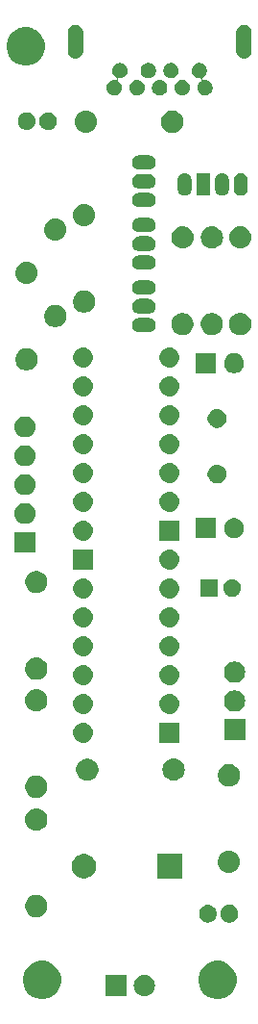
<source format=gbr>
G04 #@! TF.GenerationSoftware,KiCad,Pcbnew,5.0.2-bee76a0~70~ubuntu16.04.1*
G04 #@! TF.CreationDate,2019-09-24T08:49:17-06:00*
G04 #@! TF.ProjectId,soil_sensor_kicad_tht,736f696c-5f73-4656-9e73-6f725f6b6963,rev?*
G04 #@! TF.SameCoordinates,Original*
G04 #@! TF.FileFunction,Soldermask,Bot*
G04 #@! TF.FilePolarity,Negative*
%FSLAX46Y46*%
G04 Gerber Fmt 4.6, Leading zero omitted, Abs format (unit mm)*
G04 Created by KiCad (PCBNEW 5.0.2-bee76a0~70~ubuntu16.04.1) date Tue 24 Sep 2019 08:49:17 AM MDT*
%MOMM*%
%LPD*%
G01*
G04 APERTURE LIST*
%ADD10C,0.100000*%
G04 APERTURE END LIST*
D10*
G36*
X97990038Y-141884561D02*
X98295779Y-142011203D01*
X98567274Y-142192611D01*
X98570941Y-142195061D01*
X98804939Y-142429059D01*
X98804941Y-142429062D01*
X98988797Y-142704221D01*
X99115439Y-143009962D01*
X99180000Y-143334534D01*
X99180000Y-143665466D01*
X99115439Y-143990038D01*
X98988797Y-144295779D01*
X98839526Y-144519178D01*
X98804939Y-144570941D01*
X98570941Y-144804939D01*
X98570938Y-144804941D01*
X98295779Y-144988797D01*
X98295778Y-144988798D01*
X98295777Y-144988798D01*
X97990038Y-145115439D01*
X97665467Y-145180000D01*
X97334533Y-145180000D01*
X97009962Y-145115439D01*
X96704223Y-144988798D01*
X96704222Y-144988798D01*
X96704221Y-144988797D01*
X96429062Y-144804941D01*
X96429059Y-144804939D01*
X96195061Y-144570941D01*
X96160474Y-144519178D01*
X96011203Y-144295779D01*
X95884561Y-143990038D01*
X95820000Y-143665466D01*
X95820000Y-143334534D01*
X95884561Y-143009962D01*
X96011203Y-142704221D01*
X96195059Y-142429062D01*
X96195061Y-142429059D01*
X96429059Y-142195061D01*
X96432726Y-142192611D01*
X96704221Y-142011203D01*
X97009962Y-141884561D01*
X97334533Y-141820000D01*
X97665467Y-141820000D01*
X97990038Y-141884561D01*
X97990038Y-141884561D01*
G37*
G36*
X82490038Y-141884561D02*
X82795779Y-142011203D01*
X83067274Y-142192611D01*
X83070941Y-142195061D01*
X83304939Y-142429059D01*
X83304941Y-142429062D01*
X83488797Y-142704221D01*
X83615439Y-143009962D01*
X83680000Y-143334534D01*
X83680000Y-143665466D01*
X83615439Y-143990038D01*
X83488797Y-144295779D01*
X83339526Y-144519178D01*
X83304939Y-144570941D01*
X83070941Y-144804939D01*
X83070938Y-144804941D01*
X82795779Y-144988797D01*
X82795778Y-144988798D01*
X82795777Y-144988798D01*
X82490038Y-145115439D01*
X82165467Y-145180000D01*
X81834533Y-145180000D01*
X81509962Y-145115439D01*
X81204223Y-144988798D01*
X81204222Y-144988798D01*
X81204221Y-144988797D01*
X80929062Y-144804941D01*
X80929059Y-144804939D01*
X80695061Y-144570941D01*
X80660474Y-144519178D01*
X80511203Y-144295779D01*
X80384561Y-143990038D01*
X80320000Y-143665466D01*
X80320000Y-143334534D01*
X80384561Y-143009962D01*
X80511203Y-142704221D01*
X80695059Y-142429062D01*
X80695061Y-142429059D01*
X80929059Y-142195061D01*
X80932726Y-142192611D01*
X81204221Y-142011203D01*
X81509962Y-141884561D01*
X81834533Y-141820000D01*
X82165467Y-141820000D01*
X82490038Y-141884561D01*
X82490038Y-141884561D01*
G37*
G36*
X89430000Y-144930000D02*
X87570000Y-144930000D01*
X87570000Y-143070000D01*
X89430000Y-143070000D01*
X89430000Y-144930000D01*
X89430000Y-144930000D01*
G37*
G36*
X91113006Y-143072691D02*
X91222312Y-143083457D01*
X91397617Y-143136636D01*
X91559180Y-143222992D01*
X91700791Y-143339209D01*
X91817008Y-143480820D01*
X91903364Y-143642383D01*
X91956543Y-143817688D01*
X91974499Y-144000000D01*
X91956543Y-144182312D01*
X91903364Y-144357617D01*
X91817008Y-144519180D01*
X91700791Y-144660791D01*
X91559180Y-144777008D01*
X91397617Y-144863364D01*
X91222312Y-144916543D01*
X91113006Y-144927309D01*
X91085681Y-144930000D01*
X90994319Y-144930000D01*
X90966994Y-144927309D01*
X90857688Y-144916543D01*
X90682383Y-144863364D01*
X90520820Y-144777008D01*
X90379209Y-144660791D01*
X90262992Y-144519180D01*
X90176636Y-144357617D01*
X90123457Y-144182312D01*
X90105501Y-144000000D01*
X90123457Y-143817688D01*
X90176636Y-143642383D01*
X90262992Y-143480820D01*
X90379209Y-143339209D01*
X90520820Y-143222992D01*
X90682383Y-143136636D01*
X90857688Y-143083457D01*
X90966994Y-143072691D01*
X90994319Y-143070000D01*
X91085681Y-143070000D01*
X91113006Y-143072691D01*
X91113006Y-143072691D01*
G37*
G36*
X98779518Y-136917975D02*
X98921465Y-136976771D01*
X98921466Y-136976772D01*
X98921469Y-136976773D01*
X99049221Y-137062135D01*
X99049225Y-137062138D01*
X99157862Y-137170775D01*
X99157864Y-137170778D01*
X99157865Y-137170779D01*
X99243227Y-137298531D01*
X99243228Y-137298534D01*
X99243229Y-137298535D01*
X99302025Y-137440482D01*
X99332000Y-137591176D01*
X99332000Y-137744824D01*
X99302025Y-137895518D01*
X99267032Y-137980000D01*
X99243227Y-138037469D01*
X99157865Y-138165221D01*
X99157862Y-138165225D01*
X99049225Y-138273862D01*
X99049222Y-138273864D01*
X99049221Y-138273865D01*
X98921469Y-138359227D01*
X98921466Y-138359228D01*
X98921465Y-138359229D01*
X98779518Y-138418025D01*
X98628824Y-138448000D01*
X98475176Y-138448000D01*
X98324482Y-138418025D01*
X98182535Y-138359229D01*
X98182534Y-138359228D01*
X98182531Y-138359227D01*
X98054779Y-138273865D01*
X98054778Y-138273864D01*
X98054775Y-138273862D01*
X97946138Y-138165225D01*
X97946135Y-138165221D01*
X97860773Y-138037469D01*
X97836969Y-137980000D01*
X97801975Y-137895518D01*
X97772000Y-137744824D01*
X97772000Y-137591176D01*
X97801975Y-137440482D01*
X97860771Y-137298535D01*
X97860772Y-137298534D01*
X97860773Y-137298531D01*
X97946135Y-137170779D01*
X97946136Y-137170778D01*
X97946138Y-137170775D01*
X98054775Y-137062138D01*
X98054779Y-137062135D01*
X98182531Y-136976773D01*
X98182534Y-136976772D01*
X98182535Y-136976771D01*
X98324482Y-136917975D01*
X98475176Y-136888000D01*
X98628824Y-136888000D01*
X98779518Y-136917975D01*
X98779518Y-136917975D01*
G37*
G36*
X96804907Y-136899286D02*
X96951937Y-136943887D01*
X97087442Y-137016316D01*
X97206212Y-137113788D01*
X97303684Y-137232558D01*
X97376113Y-137368063D01*
X97420714Y-137515093D01*
X97435774Y-137668000D01*
X97420714Y-137820907D01*
X97376113Y-137967937D01*
X97303684Y-138103442D01*
X97206212Y-138222212D01*
X97087442Y-138319684D01*
X96951937Y-138392113D01*
X96804907Y-138436714D01*
X96690318Y-138448000D01*
X96613682Y-138448000D01*
X96499093Y-138436714D01*
X96352063Y-138392113D01*
X96216558Y-138319684D01*
X96097788Y-138222212D01*
X96000316Y-138103442D01*
X95927887Y-137967937D01*
X95883286Y-137820907D01*
X95868226Y-137668000D01*
X95883286Y-137515093D01*
X95927887Y-137368063D01*
X96000316Y-137232558D01*
X96097788Y-137113788D01*
X96216558Y-137016316D01*
X96352063Y-136943887D01*
X96499093Y-136899286D01*
X96613682Y-136888000D01*
X96690318Y-136888000D01*
X96804907Y-136899286D01*
X96804907Y-136899286D01*
G37*
G36*
X81785856Y-136057660D02*
X81964203Y-136131534D01*
X82124717Y-136238786D01*
X82261214Y-136375283D01*
X82368466Y-136535797D01*
X82442340Y-136714144D01*
X82480000Y-136903477D01*
X82480000Y-137096523D01*
X82442340Y-137285856D01*
X82368466Y-137464203D01*
X82261214Y-137624717D01*
X82124717Y-137761214D01*
X81964203Y-137868466D01*
X81785856Y-137942340D01*
X81596523Y-137980000D01*
X81403477Y-137980000D01*
X81214144Y-137942340D01*
X81035797Y-137868466D01*
X80875283Y-137761214D01*
X80738786Y-137624717D01*
X80631534Y-137464203D01*
X80557660Y-137285856D01*
X80520000Y-137096523D01*
X80520000Y-136903477D01*
X80557660Y-136714144D01*
X80631534Y-136535797D01*
X80738786Y-136375283D01*
X80875283Y-136238786D01*
X81035797Y-136131534D01*
X81214144Y-136057660D01*
X81403477Y-136020000D01*
X81596523Y-136020000D01*
X81785856Y-136057660D01*
X81785856Y-136057660D01*
G37*
G36*
X94380000Y-134580000D02*
X92220000Y-134580000D01*
X92220000Y-132420000D01*
X94380000Y-132420000D01*
X94380000Y-134580000D01*
X94380000Y-134580000D01*
G37*
G36*
X86015024Y-132461503D02*
X86211572Y-132542916D01*
X86388460Y-132661109D01*
X86538891Y-132811540D01*
X86657084Y-132988428D01*
X86738497Y-133184976D01*
X86780000Y-133393629D01*
X86780000Y-133606371D01*
X86738497Y-133815024D01*
X86657084Y-134011572D01*
X86538891Y-134188460D01*
X86388460Y-134338891D01*
X86211572Y-134457084D01*
X86015024Y-134538497D01*
X85806371Y-134580000D01*
X85593629Y-134580000D01*
X85384976Y-134538497D01*
X85188428Y-134457084D01*
X85011540Y-134338891D01*
X84861109Y-134188460D01*
X84742916Y-134011572D01*
X84661503Y-133815024D01*
X84620000Y-133606371D01*
X84620000Y-133393629D01*
X84661503Y-133184976D01*
X84742916Y-132988428D01*
X84861109Y-132811540D01*
X85011540Y-132661109D01*
X85188428Y-132542916D01*
X85384976Y-132461503D01*
X85593629Y-132420000D01*
X85806371Y-132420000D01*
X86015024Y-132461503D01*
X86015024Y-132461503D01*
G37*
G36*
X98692110Y-132154180D02*
X98692113Y-132154181D01*
X98876844Y-132210218D01*
X99047093Y-132301218D01*
X99196317Y-132423683D01*
X99318782Y-132572907D01*
X99409782Y-132743156D01*
X99430526Y-132811540D01*
X99465820Y-132927890D01*
X99484741Y-133120000D01*
X99465820Y-133312110D01*
X99465819Y-133312113D01*
X99409782Y-133496844D01*
X99318782Y-133667093D01*
X99196317Y-133816317D01*
X99047093Y-133938782D01*
X98876844Y-134029782D01*
X98726501Y-134075388D01*
X98692110Y-134085820D01*
X98548139Y-134100000D01*
X98451861Y-134100000D01*
X98307890Y-134085820D01*
X98273499Y-134075388D01*
X98123156Y-134029782D01*
X97952907Y-133938782D01*
X97803683Y-133816317D01*
X97681218Y-133667093D01*
X97590218Y-133496844D01*
X97534181Y-133312113D01*
X97534180Y-133312110D01*
X97515259Y-133120000D01*
X97534180Y-132927890D01*
X97569474Y-132811540D01*
X97590218Y-132743156D01*
X97681218Y-132572907D01*
X97803683Y-132423683D01*
X97952907Y-132301218D01*
X98123156Y-132210218D01*
X98307887Y-132154181D01*
X98307890Y-132154180D01*
X98451861Y-132140000D01*
X98548139Y-132140000D01*
X98692110Y-132154180D01*
X98692110Y-132154180D01*
G37*
G36*
X81692110Y-128414180D02*
X81692113Y-128414181D01*
X81876844Y-128470218D01*
X82047093Y-128561218D01*
X82047095Y-128561219D01*
X82047094Y-128561219D01*
X82196317Y-128683683D01*
X82318781Y-128832906D01*
X82409781Y-129003154D01*
X82465820Y-129187890D01*
X82484741Y-129380000D01*
X82465820Y-129572110D01*
X82465819Y-129572113D01*
X82409782Y-129756844D01*
X82318782Y-129927093D01*
X82196317Y-130076317D01*
X82047093Y-130198782D01*
X81876844Y-130289782D01*
X81726501Y-130335388D01*
X81692110Y-130345820D01*
X81548139Y-130360000D01*
X81451861Y-130360000D01*
X81307890Y-130345820D01*
X81273499Y-130335388D01*
X81123156Y-130289782D01*
X80952907Y-130198782D01*
X80803683Y-130076317D01*
X80681218Y-129927093D01*
X80590218Y-129756844D01*
X80534181Y-129572113D01*
X80534180Y-129572110D01*
X80515259Y-129380000D01*
X80534180Y-129187890D01*
X80590219Y-129003154D01*
X80681219Y-128832906D01*
X80803683Y-128683683D01*
X80952906Y-128561219D01*
X80952905Y-128561219D01*
X80952907Y-128561218D01*
X81123156Y-128470218D01*
X81307887Y-128414181D01*
X81307890Y-128414180D01*
X81451861Y-128400000D01*
X81548139Y-128400000D01*
X81692110Y-128414180D01*
X81692110Y-128414180D01*
G37*
G36*
X81785856Y-125557660D02*
X81964203Y-125631534D01*
X82124717Y-125738786D01*
X82261214Y-125875283D01*
X82368466Y-126035797D01*
X82442340Y-126214144D01*
X82480000Y-126403477D01*
X82480000Y-126596523D01*
X82442340Y-126785856D01*
X82368466Y-126964203D01*
X82261214Y-127124717D01*
X82124717Y-127261214D01*
X81964203Y-127368466D01*
X81785856Y-127442340D01*
X81596523Y-127480000D01*
X81403477Y-127480000D01*
X81214144Y-127442340D01*
X81035797Y-127368466D01*
X80875283Y-127261214D01*
X80738786Y-127124717D01*
X80631534Y-126964203D01*
X80557660Y-126785856D01*
X80520000Y-126596523D01*
X80520000Y-126403477D01*
X80557660Y-126214144D01*
X80631534Y-126035797D01*
X80738786Y-125875283D01*
X80875283Y-125738786D01*
X81035797Y-125631534D01*
X81214144Y-125557660D01*
X81403477Y-125520000D01*
X81596523Y-125520000D01*
X81785856Y-125557660D01*
X81785856Y-125557660D01*
G37*
G36*
X98785856Y-124557660D02*
X98964203Y-124631534D01*
X99124717Y-124738786D01*
X99261214Y-124875283D01*
X99368466Y-125035797D01*
X99442340Y-125214144D01*
X99480000Y-125403477D01*
X99480000Y-125596523D01*
X99442340Y-125785856D01*
X99368466Y-125964203D01*
X99261214Y-126124717D01*
X99124717Y-126261214D01*
X98964203Y-126368466D01*
X98785856Y-126442340D01*
X98596523Y-126480000D01*
X98403477Y-126480000D01*
X98214144Y-126442340D01*
X98035797Y-126368466D01*
X97875283Y-126261214D01*
X97738786Y-126124717D01*
X97631534Y-125964203D01*
X97557660Y-125785856D01*
X97520000Y-125596523D01*
X97520000Y-125403477D01*
X97557660Y-125214144D01*
X97631534Y-125035797D01*
X97738786Y-124875283D01*
X97875283Y-124738786D01*
X98035797Y-124631534D01*
X98214144Y-124557660D01*
X98403477Y-124520000D01*
X98596523Y-124520000D01*
X98785856Y-124557660D01*
X98785856Y-124557660D01*
G37*
G36*
X93812110Y-124034180D02*
X93812113Y-124034181D01*
X93996844Y-124090218D01*
X94167093Y-124181218D01*
X94316317Y-124303683D01*
X94438782Y-124452907D01*
X94529782Y-124623156D01*
X94564857Y-124738784D01*
X94585820Y-124807890D01*
X94604741Y-125000000D01*
X94585820Y-125192110D01*
X94585819Y-125192113D01*
X94529782Y-125376844D01*
X94438782Y-125547093D01*
X94316317Y-125696317D01*
X94167093Y-125818782D01*
X93996844Y-125909782D01*
X93846501Y-125955388D01*
X93812110Y-125965820D01*
X93668139Y-125980000D01*
X93571861Y-125980000D01*
X93427890Y-125965820D01*
X93393499Y-125955388D01*
X93243156Y-125909782D01*
X93072907Y-125818782D01*
X92923683Y-125696317D01*
X92801218Y-125547093D01*
X92710218Y-125376844D01*
X92654181Y-125192113D01*
X92654180Y-125192110D01*
X92635259Y-125000000D01*
X92654180Y-124807890D01*
X92675143Y-124738784D01*
X92710218Y-124623156D01*
X92801218Y-124452907D01*
X92923683Y-124303683D01*
X93072907Y-124181218D01*
X93243156Y-124090218D01*
X93427887Y-124034181D01*
X93427890Y-124034180D01*
X93571861Y-124020000D01*
X93668139Y-124020000D01*
X93812110Y-124034180D01*
X93812110Y-124034180D01*
G37*
G36*
X86285856Y-124057660D02*
X86464203Y-124131534D01*
X86624717Y-124238786D01*
X86761214Y-124375283D01*
X86868466Y-124535797D01*
X86942340Y-124714144D01*
X86980000Y-124903477D01*
X86980000Y-125096523D01*
X86942340Y-125285856D01*
X86868466Y-125464203D01*
X86761214Y-125624717D01*
X86624717Y-125761214D01*
X86464203Y-125868466D01*
X86285856Y-125942340D01*
X86096523Y-125980000D01*
X85903477Y-125980000D01*
X85714144Y-125942340D01*
X85535797Y-125868466D01*
X85375283Y-125761214D01*
X85238786Y-125624717D01*
X85131534Y-125464203D01*
X85057660Y-125285856D01*
X85020000Y-125096523D01*
X85020000Y-124903477D01*
X85057660Y-124714144D01*
X85131534Y-124535797D01*
X85238786Y-124375283D01*
X85375283Y-124238786D01*
X85535797Y-124131534D01*
X85714144Y-124057660D01*
X85903477Y-124020000D01*
X86096523Y-124020000D01*
X86285856Y-124057660D01*
X86285856Y-124057660D01*
G37*
G36*
X94130000Y-122630000D02*
X92370000Y-122630000D01*
X92370000Y-120870000D01*
X94130000Y-120870000D01*
X94130000Y-122630000D01*
X94130000Y-122630000D01*
G37*
G36*
X85802506Y-120882733D02*
X85802509Y-120882734D01*
X85802510Y-120882734D01*
X85968391Y-120933053D01*
X85968394Y-120933055D01*
X85968395Y-120933055D01*
X86121267Y-121014766D01*
X86255264Y-121124736D01*
X86365234Y-121258733D01*
X86446945Y-121411605D01*
X86446947Y-121411609D01*
X86497266Y-121577490D01*
X86497267Y-121577494D01*
X86514257Y-121750000D01*
X86497267Y-121922506D01*
X86497266Y-121922509D01*
X86497266Y-121922510D01*
X86446947Y-122088391D01*
X86446945Y-122088394D01*
X86446945Y-122088395D01*
X86365234Y-122241267D01*
X86255264Y-122375264D01*
X86121267Y-122485234D01*
X85968395Y-122566945D01*
X85968391Y-122566947D01*
X85802510Y-122617266D01*
X85802509Y-122617266D01*
X85802506Y-122617267D01*
X85673225Y-122630000D01*
X85586775Y-122630000D01*
X85457494Y-122617267D01*
X85457491Y-122617266D01*
X85457490Y-122617266D01*
X85291609Y-122566947D01*
X85291605Y-122566945D01*
X85138733Y-122485234D01*
X85004736Y-122375264D01*
X84894766Y-122241267D01*
X84813055Y-122088395D01*
X84813055Y-122088394D01*
X84813053Y-122088391D01*
X84762734Y-121922510D01*
X84762734Y-121922509D01*
X84762733Y-121922506D01*
X84745743Y-121750000D01*
X84762733Y-121577494D01*
X84762734Y-121577490D01*
X84813053Y-121411609D01*
X84813055Y-121411605D01*
X84894766Y-121258733D01*
X85004736Y-121124736D01*
X85138733Y-121014766D01*
X85291605Y-120933055D01*
X85291606Y-120933055D01*
X85291609Y-120933053D01*
X85457490Y-120882734D01*
X85457491Y-120882734D01*
X85457494Y-120882733D01*
X85586775Y-120870000D01*
X85673225Y-120870000D01*
X85802506Y-120882733D01*
X85802506Y-120882733D01*
G37*
G36*
X99930000Y-122430000D02*
X98070000Y-122430000D01*
X98070000Y-120570000D01*
X99930000Y-120570000D01*
X99930000Y-122430000D01*
X99930000Y-122430000D01*
G37*
G36*
X93422506Y-118342733D02*
X93422509Y-118342734D01*
X93422510Y-118342734D01*
X93588391Y-118393053D01*
X93588394Y-118393055D01*
X93588395Y-118393055D01*
X93741267Y-118474766D01*
X93875264Y-118584736D01*
X93985234Y-118718733D01*
X94066945Y-118871605D01*
X94066947Y-118871609D01*
X94117266Y-119037490D01*
X94117267Y-119037494D01*
X94134257Y-119210000D01*
X94117267Y-119382506D01*
X94117266Y-119382509D01*
X94117266Y-119382510D01*
X94066947Y-119548391D01*
X94066945Y-119548394D01*
X94066945Y-119548395D01*
X93985234Y-119701267D01*
X93875264Y-119835264D01*
X93741267Y-119945234D01*
X93588395Y-120026945D01*
X93588391Y-120026947D01*
X93422510Y-120077266D01*
X93422509Y-120077266D01*
X93422506Y-120077267D01*
X93293225Y-120090000D01*
X93206775Y-120090000D01*
X93077494Y-120077267D01*
X93077491Y-120077266D01*
X93077490Y-120077266D01*
X92911609Y-120026947D01*
X92911605Y-120026945D01*
X92758733Y-119945234D01*
X92624736Y-119835264D01*
X92514766Y-119701267D01*
X92433055Y-119548395D01*
X92433055Y-119548394D01*
X92433053Y-119548391D01*
X92382734Y-119382510D01*
X92382734Y-119382509D01*
X92382733Y-119382506D01*
X92365743Y-119210000D01*
X92382733Y-119037494D01*
X92382734Y-119037490D01*
X92433053Y-118871609D01*
X92433055Y-118871605D01*
X92514766Y-118718733D01*
X92624736Y-118584736D01*
X92758733Y-118474766D01*
X92911605Y-118393055D01*
X92911606Y-118393055D01*
X92911609Y-118393053D01*
X93077490Y-118342734D01*
X93077491Y-118342734D01*
X93077494Y-118342733D01*
X93206775Y-118330000D01*
X93293225Y-118330000D01*
X93422506Y-118342733D01*
X93422506Y-118342733D01*
G37*
G36*
X85802506Y-118342733D02*
X85802509Y-118342734D01*
X85802510Y-118342734D01*
X85968391Y-118393053D01*
X85968394Y-118393055D01*
X85968395Y-118393055D01*
X86121267Y-118474766D01*
X86255264Y-118584736D01*
X86365234Y-118718733D01*
X86446945Y-118871605D01*
X86446947Y-118871609D01*
X86497266Y-119037490D01*
X86497267Y-119037494D01*
X86514257Y-119210000D01*
X86497267Y-119382506D01*
X86497266Y-119382509D01*
X86497266Y-119382510D01*
X86446947Y-119548391D01*
X86446945Y-119548394D01*
X86446945Y-119548395D01*
X86365234Y-119701267D01*
X86255264Y-119835264D01*
X86121267Y-119945234D01*
X85968395Y-120026945D01*
X85968391Y-120026947D01*
X85802510Y-120077266D01*
X85802509Y-120077266D01*
X85802506Y-120077267D01*
X85673225Y-120090000D01*
X85586775Y-120090000D01*
X85457494Y-120077267D01*
X85457491Y-120077266D01*
X85457490Y-120077266D01*
X85291609Y-120026947D01*
X85291605Y-120026945D01*
X85138733Y-119945234D01*
X85004736Y-119835264D01*
X84894766Y-119701267D01*
X84813055Y-119548395D01*
X84813055Y-119548394D01*
X84813053Y-119548391D01*
X84762734Y-119382510D01*
X84762734Y-119382509D01*
X84762733Y-119382506D01*
X84745743Y-119210000D01*
X84762733Y-119037494D01*
X84762734Y-119037490D01*
X84813053Y-118871609D01*
X84813055Y-118871605D01*
X84894766Y-118718733D01*
X85004736Y-118584736D01*
X85138733Y-118474766D01*
X85291605Y-118393055D01*
X85291606Y-118393055D01*
X85291609Y-118393053D01*
X85457490Y-118342734D01*
X85457491Y-118342734D01*
X85457494Y-118342733D01*
X85586775Y-118330000D01*
X85673225Y-118330000D01*
X85802506Y-118342733D01*
X85802506Y-118342733D01*
G37*
G36*
X99073006Y-118032691D02*
X99182312Y-118043457D01*
X99357617Y-118096636D01*
X99519180Y-118182992D01*
X99660791Y-118299209D01*
X99777008Y-118440820D01*
X99863364Y-118602383D01*
X99916543Y-118777688D01*
X99934499Y-118960000D01*
X99916543Y-119142312D01*
X99863364Y-119317617D01*
X99777008Y-119479180D01*
X99660791Y-119620791D01*
X99519180Y-119737008D01*
X99357617Y-119823364D01*
X99182312Y-119876543D01*
X99073006Y-119887309D01*
X99045681Y-119890000D01*
X98954319Y-119890000D01*
X98926994Y-119887309D01*
X98817688Y-119876543D01*
X98642383Y-119823364D01*
X98480820Y-119737008D01*
X98339209Y-119620791D01*
X98222992Y-119479180D01*
X98136636Y-119317617D01*
X98083457Y-119142312D01*
X98065501Y-118960000D01*
X98083457Y-118777688D01*
X98136636Y-118602383D01*
X98222992Y-118440820D01*
X98339209Y-118299209D01*
X98480820Y-118182992D01*
X98642383Y-118096636D01*
X98817688Y-118043457D01*
X98926994Y-118032691D01*
X98954319Y-118030000D01*
X99045681Y-118030000D01*
X99073006Y-118032691D01*
X99073006Y-118032691D01*
G37*
G36*
X81692110Y-117914180D02*
X81692113Y-117914181D01*
X81876844Y-117970218D01*
X82047093Y-118061218D01*
X82196317Y-118183683D01*
X82318782Y-118332907D01*
X82350932Y-118393055D01*
X82409781Y-118503154D01*
X82465820Y-118687890D01*
X82484741Y-118880000D01*
X82465820Y-119072110D01*
X82465819Y-119072113D01*
X82409782Y-119256844D01*
X82318782Y-119427093D01*
X82196317Y-119576317D01*
X82047093Y-119698782D01*
X81876844Y-119789782D01*
X81766141Y-119823363D01*
X81692110Y-119845820D01*
X81548139Y-119860000D01*
X81451861Y-119860000D01*
X81307890Y-119845820D01*
X81233859Y-119823363D01*
X81123156Y-119789782D01*
X80952907Y-119698782D01*
X80803683Y-119576317D01*
X80681218Y-119427093D01*
X80590218Y-119256844D01*
X80534181Y-119072113D01*
X80534180Y-119072110D01*
X80515259Y-118880000D01*
X80534180Y-118687890D01*
X80590219Y-118503154D01*
X80649068Y-118393055D01*
X80681218Y-118332907D01*
X80803683Y-118183683D01*
X80952907Y-118061218D01*
X81123156Y-117970218D01*
X81307887Y-117914181D01*
X81307890Y-117914180D01*
X81451861Y-117900000D01*
X81548139Y-117900000D01*
X81692110Y-117914180D01*
X81692110Y-117914180D01*
G37*
G36*
X93422506Y-115802733D02*
X93422509Y-115802734D01*
X93422510Y-115802734D01*
X93588391Y-115853053D01*
X93588394Y-115853055D01*
X93588395Y-115853055D01*
X93741267Y-115934766D01*
X93875264Y-116044736D01*
X93985234Y-116178733D01*
X94056525Y-116312110D01*
X94066947Y-116331609D01*
X94117266Y-116497490D01*
X94117267Y-116497494D01*
X94134257Y-116670000D01*
X94117267Y-116842506D01*
X94117266Y-116842509D01*
X94117266Y-116842510D01*
X94066947Y-117008391D01*
X94066945Y-117008394D01*
X94066945Y-117008395D01*
X93985234Y-117161267D01*
X93875264Y-117295264D01*
X93741267Y-117405234D01*
X93588395Y-117486945D01*
X93588391Y-117486947D01*
X93422510Y-117537266D01*
X93422509Y-117537266D01*
X93422506Y-117537267D01*
X93293225Y-117550000D01*
X93206775Y-117550000D01*
X93077494Y-117537267D01*
X93077491Y-117537266D01*
X93077490Y-117537266D01*
X92911609Y-117486947D01*
X92911605Y-117486945D01*
X92758733Y-117405234D01*
X92624736Y-117295264D01*
X92514766Y-117161267D01*
X92433055Y-117008395D01*
X92433055Y-117008394D01*
X92433053Y-117008391D01*
X92382734Y-116842510D01*
X92382734Y-116842509D01*
X92382733Y-116842506D01*
X92365743Y-116670000D01*
X92382733Y-116497494D01*
X92382734Y-116497490D01*
X92433053Y-116331609D01*
X92443475Y-116312110D01*
X92514766Y-116178733D01*
X92624736Y-116044736D01*
X92758733Y-115934766D01*
X92911605Y-115853055D01*
X92911606Y-115853055D01*
X92911609Y-115853053D01*
X93077490Y-115802734D01*
X93077491Y-115802734D01*
X93077494Y-115802733D01*
X93206775Y-115790000D01*
X93293225Y-115790000D01*
X93422506Y-115802733D01*
X93422506Y-115802733D01*
G37*
G36*
X85802506Y-115802733D02*
X85802509Y-115802734D01*
X85802510Y-115802734D01*
X85968391Y-115853053D01*
X85968394Y-115853055D01*
X85968395Y-115853055D01*
X86121267Y-115934766D01*
X86255264Y-116044736D01*
X86365234Y-116178733D01*
X86436525Y-116312110D01*
X86446947Y-116331609D01*
X86497266Y-116497490D01*
X86497267Y-116497494D01*
X86514257Y-116670000D01*
X86497267Y-116842506D01*
X86497266Y-116842509D01*
X86497266Y-116842510D01*
X86446947Y-117008391D01*
X86446945Y-117008394D01*
X86446945Y-117008395D01*
X86365234Y-117161267D01*
X86255264Y-117295264D01*
X86121267Y-117405234D01*
X85968395Y-117486945D01*
X85968391Y-117486947D01*
X85802510Y-117537266D01*
X85802509Y-117537266D01*
X85802506Y-117537267D01*
X85673225Y-117550000D01*
X85586775Y-117550000D01*
X85457494Y-117537267D01*
X85457491Y-117537266D01*
X85457490Y-117537266D01*
X85291609Y-117486947D01*
X85291605Y-117486945D01*
X85138733Y-117405234D01*
X85004736Y-117295264D01*
X84894766Y-117161267D01*
X84813055Y-117008395D01*
X84813055Y-117008394D01*
X84813053Y-117008391D01*
X84762734Y-116842510D01*
X84762734Y-116842509D01*
X84762733Y-116842506D01*
X84745743Y-116670000D01*
X84762733Y-116497494D01*
X84762734Y-116497490D01*
X84813053Y-116331609D01*
X84823475Y-116312110D01*
X84894766Y-116178733D01*
X85004736Y-116044736D01*
X85138733Y-115934766D01*
X85291605Y-115853055D01*
X85291606Y-115853055D01*
X85291609Y-115853053D01*
X85457490Y-115802734D01*
X85457491Y-115802734D01*
X85457494Y-115802733D01*
X85586775Y-115790000D01*
X85673225Y-115790000D01*
X85802506Y-115802733D01*
X85802506Y-115802733D01*
G37*
G36*
X99073006Y-115492691D02*
X99182312Y-115503457D01*
X99357617Y-115556636D01*
X99519180Y-115642992D01*
X99660791Y-115759209D01*
X99777008Y-115900820D01*
X99863364Y-116062383D01*
X99916543Y-116237688D01*
X99934499Y-116420000D01*
X99916543Y-116602312D01*
X99863364Y-116777617D01*
X99777008Y-116939180D01*
X99660791Y-117080791D01*
X99519180Y-117197008D01*
X99357617Y-117283364D01*
X99182312Y-117336543D01*
X99073006Y-117347309D01*
X99045681Y-117350000D01*
X98954319Y-117350000D01*
X98926994Y-117347309D01*
X98817688Y-117336543D01*
X98642383Y-117283364D01*
X98480820Y-117197008D01*
X98339209Y-117080791D01*
X98222992Y-116939180D01*
X98136636Y-116777617D01*
X98083457Y-116602312D01*
X98065501Y-116420000D01*
X98083457Y-116237688D01*
X98136636Y-116062383D01*
X98222992Y-115900820D01*
X98339209Y-115759209D01*
X98480820Y-115642992D01*
X98642383Y-115556636D01*
X98817688Y-115503457D01*
X98926994Y-115492691D01*
X98954319Y-115490000D01*
X99045681Y-115490000D01*
X99073006Y-115492691D01*
X99073006Y-115492691D01*
G37*
G36*
X81692110Y-115154180D02*
X81692113Y-115154181D01*
X81876844Y-115210218D01*
X82047093Y-115301218D01*
X82196317Y-115423683D01*
X82318782Y-115572907D01*
X82409782Y-115743156D01*
X82443119Y-115853055D01*
X82465820Y-115927890D01*
X82484741Y-116120000D01*
X82465820Y-116312110D01*
X82465819Y-116312113D01*
X82409782Y-116496844D01*
X82318782Y-116667093D01*
X82196317Y-116816317D01*
X82047093Y-116938782D01*
X81876844Y-117029782D01*
X81726501Y-117075388D01*
X81692110Y-117085820D01*
X81548139Y-117100000D01*
X81451861Y-117100000D01*
X81307890Y-117085820D01*
X81273499Y-117075388D01*
X81123156Y-117029782D01*
X80952907Y-116938782D01*
X80803683Y-116816317D01*
X80681218Y-116667093D01*
X80590218Y-116496844D01*
X80534181Y-116312113D01*
X80534180Y-116312110D01*
X80515259Y-116120000D01*
X80534180Y-115927890D01*
X80556881Y-115853055D01*
X80590218Y-115743156D01*
X80681218Y-115572907D01*
X80803683Y-115423683D01*
X80952907Y-115301218D01*
X81123156Y-115210218D01*
X81307887Y-115154181D01*
X81307890Y-115154180D01*
X81451861Y-115140000D01*
X81548139Y-115140000D01*
X81692110Y-115154180D01*
X81692110Y-115154180D01*
G37*
G36*
X85802506Y-113262733D02*
X85802509Y-113262734D01*
X85802510Y-113262734D01*
X85968391Y-113313053D01*
X85968394Y-113313055D01*
X85968395Y-113313055D01*
X86121267Y-113394766D01*
X86255264Y-113504736D01*
X86365234Y-113638733D01*
X86446945Y-113791605D01*
X86446947Y-113791609D01*
X86497266Y-113957490D01*
X86497267Y-113957494D01*
X86514257Y-114130000D01*
X86497267Y-114302506D01*
X86497266Y-114302509D01*
X86497266Y-114302510D01*
X86446947Y-114468391D01*
X86446945Y-114468394D01*
X86446945Y-114468395D01*
X86365234Y-114621267D01*
X86255264Y-114755264D01*
X86121267Y-114865234D01*
X85968395Y-114946945D01*
X85968391Y-114946947D01*
X85802510Y-114997266D01*
X85802509Y-114997266D01*
X85802506Y-114997267D01*
X85673225Y-115010000D01*
X85586775Y-115010000D01*
X85457494Y-114997267D01*
X85457491Y-114997266D01*
X85457490Y-114997266D01*
X85291609Y-114946947D01*
X85291605Y-114946945D01*
X85138733Y-114865234D01*
X85004736Y-114755264D01*
X84894766Y-114621267D01*
X84813055Y-114468395D01*
X84813055Y-114468394D01*
X84813053Y-114468391D01*
X84762734Y-114302510D01*
X84762734Y-114302509D01*
X84762733Y-114302506D01*
X84745743Y-114130000D01*
X84762733Y-113957494D01*
X84762734Y-113957490D01*
X84813053Y-113791609D01*
X84813055Y-113791605D01*
X84894766Y-113638733D01*
X85004736Y-113504736D01*
X85138733Y-113394766D01*
X85291605Y-113313055D01*
X85291606Y-113313055D01*
X85291609Y-113313053D01*
X85457490Y-113262734D01*
X85457491Y-113262734D01*
X85457494Y-113262733D01*
X85586775Y-113250000D01*
X85673225Y-113250000D01*
X85802506Y-113262733D01*
X85802506Y-113262733D01*
G37*
G36*
X93422506Y-113262733D02*
X93422509Y-113262734D01*
X93422510Y-113262734D01*
X93588391Y-113313053D01*
X93588394Y-113313055D01*
X93588395Y-113313055D01*
X93741267Y-113394766D01*
X93875264Y-113504736D01*
X93985234Y-113638733D01*
X94066945Y-113791605D01*
X94066947Y-113791609D01*
X94117266Y-113957490D01*
X94117267Y-113957494D01*
X94134257Y-114130000D01*
X94117267Y-114302506D01*
X94117266Y-114302509D01*
X94117266Y-114302510D01*
X94066947Y-114468391D01*
X94066945Y-114468394D01*
X94066945Y-114468395D01*
X93985234Y-114621267D01*
X93875264Y-114755264D01*
X93741267Y-114865234D01*
X93588395Y-114946945D01*
X93588391Y-114946947D01*
X93422510Y-114997266D01*
X93422509Y-114997266D01*
X93422506Y-114997267D01*
X93293225Y-115010000D01*
X93206775Y-115010000D01*
X93077494Y-114997267D01*
X93077491Y-114997266D01*
X93077490Y-114997266D01*
X92911609Y-114946947D01*
X92911605Y-114946945D01*
X92758733Y-114865234D01*
X92624736Y-114755264D01*
X92514766Y-114621267D01*
X92433055Y-114468395D01*
X92433055Y-114468394D01*
X92433053Y-114468391D01*
X92382734Y-114302510D01*
X92382734Y-114302509D01*
X92382733Y-114302506D01*
X92365743Y-114130000D01*
X92382733Y-113957494D01*
X92382734Y-113957490D01*
X92433053Y-113791609D01*
X92433055Y-113791605D01*
X92514766Y-113638733D01*
X92624736Y-113504736D01*
X92758733Y-113394766D01*
X92911605Y-113313055D01*
X92911606Y-113313055D01*
X92911609Y-113313053D01*
X93077490Y-113262734D01*
X93077491Y-113262734D01*
X93077494Y-113262733D01*
X93206775Y-113250000D01*
X93293225Y-113250000D01*
X93422506Y-113262733D01*
X93422506Y-113262733D01*
G37*
G36*
X93422506Y-110722733D02*
X93422509Y-110722734D01*
X93422510Y-110722734D01*
X93588391Y-110773053D01*
X93588394Y-110773055D01*
X93588395Y-110773055D01*
X93741267Y-110854766D01*
X93875264Y-110964736D01*
X93985234Y-111098733D01*
X94066945Y-111251605D01*
X94066947Y-111251609D01*
X94117266Y-111417490D01*
X94117267Y-111417494D01*
X94134257Y-111590000D01*
X94117267Y-111762506D01*
X94117266Y-111762509D01*
X94117266Y-111762510D01*
X94066947Y-111928391D01*
X94066945Y-111928394D01*
X94066945Y-111928395D01*
X93985234Y-112081267D01*
X93875264Y-112215264D01*
X93741267Y-112325234D01*
X93588395Y-112406945D01*
X93588391Y-112406947D01*
X93422510Y-112457266D01*
X93422509Y-112457266D01*
X93422506Y-112457267D01*
X93293225Y-112470000D01*
X93206775Y-112470000D01*
X93077494Y-112457267D01*
X93077491Y-112457266D01*
X93077490Y-112457266D01*
X92911609Y-112406947D01*
X92911605Y-112406945D01*
X92758733Y-112325234D01*
X92624736Y-112215264D01*
X92514766Y-112081267D01*
X92433055Y-111928395D01*
X92433055Y-111928394D01*
X92433053Y-111928391D01*
X92382734Y-111762510D01*
X92382734Y-111762509D01*
X92382733Y-111762506D01*
X92365743Y-111590000D01*
X92382733Y-111417494D01*
X92382734Y-111417490D01*
X92433053Y-111251609D01*
X92433055Y-111251605D01*
X92514766Y-111098733D01*
X92624736Y-110964736D01*
X92758733Y-110854766D01*
X92911605Y-110773055D01*
X92911606Y-110773055D01*
X92911609Y-110773053D01*
X93077490Y-110722734D01*
X93077491Y-110722734D01*
X93077494Y-110722733D01*
X93206775Y-110710000D01*
X93293225Y-110710000D01*
X93422506Y-110722733D01*
X93422506Y-110722733D01*
G37*
G36*
X85802506Y-110722733D02*
X85802509Y-110722734D01*
X85802510Y-110722734D01*
X85968391Y-110773053D01*
X85968394Y-110773055D01*
X85968395Y-110773055D01*
X86121267Y-110854766D01*
X86255264Y-110964736D01*
X86365234Y-111098733D01*
X86446945Y-111251605D01*
X86446947Y-111251609D01*
X86497266Y-111417490D01*
X86497267Y-111417494D01*
X86514257Y-111590000D01*
X86497267Y-111762506D01*
X86497266Y-111762509D01*
X86497266Y-111762510D01*
X86446947Y-111928391D01*
X86446945Y-111928394D01*
X86446945Y-111928395D01*
X86365234Y-112081267D01*
X86255264Y-112215264D01*
X86121267Y-112325234D01*
X85968395Y-112406945D01*
X85968391Y-112406947D01*
X85802510Y-112457266D01*
X85802509Y-112457266D01*
X85802506Y-112457267D01*
X85673225Y-112470000D01*
X85586775Y-112470000D01*
X85457494Y-112457267D01*
X85457491Y-112457266D01*
X85457490Y-112457266D01*
X85291609Y-112406947D01*
X85291605Y-112406945D01*
X85138733Y-112325234D01*
X85004736Y-112215264D01*
X84894766Y-112081267D01*
X84813055Y-111928395D01*
X84813055Y-111928394D01*
X84813053Y-111928391D01*
X84762734Y-111762510D01*
X84762734Y-111762509D01*
X84762733Y-111762506D01*
X84745743Y-111590000D01*
X84762733Y-111417494D01*
X84762734Y-111417490D01*
X84813053Y-111251609D01*
X84813055Y-111251605D01*
X84894766Y-111098733D01*
X85004736Y-110964736D01*
X85138733Y-110854766D01*
X85291605Y-110773055D01*
X85291606Y-110773055D01*
X85291609Y-110773053D01*
X85457490Y-110722734D01*
X85457491Y-110722734D01*
X85457494Y-110722733D01*
X85586775Y-110710000D01*
X85673225Y-110710000D01*
X85802506Y-110722733D01*
X85802506Y-110722733D01*
G37*
G36*
X93422506Y-108182733D02*
X93422509Y-108182734D01*
X93422510Y-108182734D01*
X93588391Y-108233053D01*
X93588394Y-108233055D01*
X93588395Y-108233055D01*
X93741267Y-108314766D01*
X93875264Y-108424736D01*
X93985234Y-108558733D01*
X94066945Y-108711605D01*
X94066947Y-108711609D01*
X94085412Y-108772482D01*
X94117267Y-108877494D01*
X94134257Y-109050000D01*
X94117267Y-109222506D01*
X94117266Y-109222509D01*
X94117266Y-109222510D01*
X94066947Y-109388391D01*
X94066945Y-109388394D01*
X94066945Y-109388395D01*
X93985234Y-109541267D01*
X93875264Y-109675264D01*
X93741267Y-109785234D01*
X93588395Y-109866945D01*
X93588391Y-109866947D01*
X93422510Y-109917266D01*
X93422509Y-109917266D01*
X93422506Y-109917267D01*
X93293225Y-109930000D01*
X93206775Y-109930000D01*
X93077494Y-109917267D01*
X93077491Y-109917266D01*
X93077490Y-109917266D01*
X92911609Y-109866947D01*
X92911605Y-109866945D01*
X92758733Y-109785234D01*
X92624736Y-109675264D01*
X92514766Y-109541267D01*
X92433055Y-109388395D01*
X92433055Y-109388394D01*
X92433053Y-109388391D01*
X92382734Y-109222510D01*
X92382734Y-109222509D01*
X92382733Y-109222506D01*
X92365743Y-109050000D01*
X92382733Y-108877494D01*
X92414588Y-108772482D01*
X92433053Y-108711609D01*
X92433055Y-108711605D01*
X92514766Y-108558733D01*
X92624736Y-108424736D01*
X92758733Y-108314766D01*
X92911605Y-108233055D01*
X92911606Y-108233055D01*
X92911609Y-108233053D01*
X93077490Y-108182734D01*
X93077491Y-108182734D01*
X93077494Y-108182733D01*
X93206775Y-108170000D01*
X93293225Y-108170000D01*
X93422506Y-108182733D01*
X93422506Y-108182733D01*
G37*
G36*
X85802506Y-108182733D02*
X85802509Y-108182734D01*
X85802510Y-108182734D01*
X85968391Y-108233053D01*
X85968394Y-108233055D01*
X85968395Y-108233055D01*
X86121267Y-108314766D01*
X86255264Y-108424736D01*
X86365234Y-108558733D01*
X86446945Y-108711605D01*
X86446947Y-108711609D01*
X86465412Y-108772482D01*
X86497267Y-108877494D01*
X86514257Y-109050000D01*
X86497267Y-109222506D01*
X86497266Y-109222509D01*
X86497266Y-109222510D01*
X86446947Y-109388391D01*
X86446945Y-109388394D01*
X86446945Y-109388395D01*
X86365234Y-109541267D01*
X86255264Y-109675264D01*
X86121267Y-109785234D01*
X85968395Y-109866945D01*
X85968391Y-109866947D01*
X85802510Y-109917266D01*
X85802509Y-109917266D01*
X85802506Y-109917267D01*
X85673225Y-109930000D01*
X85586775Y-109930000D01*
X85457494Y-109917267D01*
X85457491Y-109917266D01*
X85457490Y-109917266D01*
X85291609Y-109866947D01*
X85291605Y-109866945D01*
X85138733Y-109785234D01*
X85004736Y-109675264D01*
X84894766Y-109541267D01*
X84813055Y-109388395D01*
X84813055Y-109388394D01*
X84813053Y-109388391D01*
X84762734Y-109222510D01*
X84762734Y-109222509D01*
X84762733Y-109222506D01*
X84745743Y-109050000D01*
X84762733Y-108877494D01*
X84794588Y-108772482D01*
X84813053Y-108711609D01*
X84813055Y-108711605D01*
X84894766Y-108558733D01*
X85004736Y-108424736D01*
X85138733Y-108314766D01*
X85291605Y-108233055D01*
X85291606Y-108233055D01*
X85291609Y-108233053D01*
X85457490Y-108182734D01*
X85457491Y-108182734D01*
X85457494Y-108182733D01*
X85586775Y-108170000D01*
X85673225Y-108170000D01*
X85802506Y-108182733D01*
X85802506Y-108182733D01*
G37*
G36*
X99005518Y-108249975D02*
X99147465Y-108308771D01*
X99147466Y-108308772D01*
X99147469Y-108308773D01*
X99275221Y-108394135D01*
X99275225Y-108394138D01*
X99383862Y-108502775D01*
X99383864Y-108502778D01*
X99383865Y-108502779D01*
X99469227Y-108630531D01*
X99469228Y-108630534D01*
X99469229Y-108630535D01*
X99528025Y-108772482D01*
X99558000Y-108923176D01*
X99558000Y-109076824D01*
X99528025Y-109227518D01*
X99469643Y-109368466D01*
X99469227Y-109369469D01*
X99383865Y-109497221D01*
X99383862Y-109497225D01*
X99275225Y-109605862D01*
X99275222Y-109605864D01*
X99275221Y-109605865D01*
X99147469Y-109691227D01*
X99147466Y-109691228D01*
X99147465Y-109691229D01*
X99005518Y-109750025D01*
X98854824Y-109780000D01*
X98701176Y-109780000D01*
X98550482Y-109750025D01*
X98408535Y-109691229D01*
X98408534Y-109691228D01*
X98408531Y-109691227D01*
X98280779Y-109605865D01*
X98280778Y-109605864D01*
X98280775Y-109605862D01*
X98172138Y-109497225D01*
X98172135Y-109497221D01*
X98086773Y-109369469D01*
X98086358Y-109368466D01*
X98027975Y-109227518D01*
X97998000Y-109076824D01*
X97998000Y-108923176D01*
X98027975Y-108772482D01*
X98086771Y-108630535D01*
X98086772Y-108630534D01*
X98086773Y-108630531D01*
X98172135Y-108502779D01*
X98172136Y-108502778D01*
X98172138Y-108502775D01*
X98280775Y-108394138D01*
X98280779Y-108394135D01*
X98408531Y-108308773D01*
X98408534Y-108308772D01*
X98408535Y-108308771D01*
X98550482Y-108249975D01*
X98701176Y-108220000D01*
X98854824Y-108220000D01*
X99005518Y-108249975D01*
X99005518Y-108249975D01*
G37*
G36*
X97526000Y-109780000D02*
X95966000Y-109780000D01*
X95966000Y-108220000D01*
X97526000Y-108220000D01*
X97526000Y-109780000D01*
X97526000Y-109780000D01*
G37*
G36*
X81785856Y-107557660D02*
X81964203Y-107631534D01*
X82124717Y-107738786D01*
X82261214Y-107875283D01*
X82368466Y-108035797D01*
X82442340Y-108214144D01*
X82480000Y-108403477D01*
X82480000Y-108596523D01*
X82442340Y-108785856D01*
X82368466Y-108964203D01*
X82261214Y-109124717D01*
X82124717Y-109261214D01*
X81964203Y-109368466D01*
X81785856Y-109442340D01*
X81596523Y-109480000D01*
X81403477Y-109480000D01*
X81214144Y-109442340D01*
X81035797Y-109368466D01*
X80875283Y-109261214D01*
X80738786Y-109124717D01*
X80631534Y-108964203D01*
X80557660Y-108785856D01*
X80520000Y-108596523D01*
X80520000Y-108403477D01*
X80557660Y-108214144D01*
X80631534Y-108035797D01*
X80738786Y-107875283D01*
X80875283Y-107738786D01*
X81035797Y-107631534D01*
X81214144Y-107557660D01*
X81403477Y-107520000D01*
X81596523Y-107520000D01*
X81785856Y-107557660D01*
X81785856Y-107557660D01*
G37*
G36*
X86510000Y-107390000D02*
X84750000Y-107390000D01*
X84750000Y-105630000D01*
X86510000Y-105630000D01*
X86510000Y-107390000D01*
X86510000Y-107390000D01*
G37*
G36*
X93422506Y-105642733D02*
X93422509Y-105642734D01*
X93422510Y-105642734D01*
X93588391Y-105693053D01*
X93588394Y-105693055D01*
X93588395Y-105693055D01*
X93741267Y-105774766D01*
X93875264Y-105884736D01*
X93985234Y-106018733D01*
X94066945Y-106171605D01*
X94066947Y-106171609D01*
X94117266Y-106337490D01*
X94117267Y-106337494D01*
X94134257Y-106510000D01*
X94117267Y-106682506D01*
X94117266Y-106682509D01*
X94117266Y-106682510D01*
X94066947Y-106848391D01*
X94066945Y-106848394D01*
X94066945Y-106848395D01*
X93985234Y-107001267D01*
X93875264Y-107135264D01*
X93741267Y-107245234D01*
X93588395Y-107326945D01*
X93588391Y-107326947D01*
X93422510Y-107377266D01*
X93422509Y-107377266D01*
X93422506Y-107377267D01*
X93293225Y-107390000D01*
X93206775Y-107390000D01*
X93077494Y-107377267D01*
X93077491Y-107377266D01*
X93077490Y-107377266D01*
X92911609Y-107326947D01*
X92911605Y-107326945D01*
X92758733Y-107245234D01*
X92624736Y-107135264D01*
X92514766Y-107001267D01*
X92433055Y-106848395D01*
X92433055Y-106848394D01*
X92433053Y-106848391D01*
X92382734Y-106682510D01*
X92382734Y-106682509D01*
X92382733Y-106682506D01*
X92365743Y-106510000D01*
X92382733Y-106337494D01*
X92382734Y-106337490D01*
X92433053Y-106171609D01*
X92433055Y-106171605D01*
X92514766Y-106018733D01*
X92624736Y-105884736D01*
X92758733Y-105774766D01*
X92911605Y-105693055D01*
X92911606Y-105693055D01*
X92911609Y-105693053D01*
X93077490Y-105642734D01*
X93077491Y-105642734D01*
X93077494Y-105642733D01*
X93206775Y-105630000D01*
X93293225Y-105630000D01*
X93422506Y-105642733D01*
X93422506Y-105642733D01*
G37*
G36*
X81430000Y-105930000D02*
X79570000Y-105930000D01*
X79570000Y-104070000D01*
X81430000Y-104070000D01*
X81430000Y-105930000D01*
X81430000Y-105930000D01*
G37*
G36*
X85802506Y-103102733D02*
X85802509Y-103102734D01*
X85802510Y-103102734D01*
X85968391Y-103153053D01*
X85968394Y-103153055D01*
X85968395Y-103153055D01*
X86121267Y-103234766D01*
X86255264Y-103344736D01*
X86365234Y-103478733D01*
X86446945Y-103631605D01*
X86446947Y-103631609D01*
X86497266Y-103797490D01*
X86497267Y-103797494D01*
X86514257Y-103970000D01*
X86497267Y-104142506D01*
X86497266Y-104142509D01*
X86497266Y-104142510D01*
X86446947Y-104308391D01*
X86446945Y-104308394D01*
X86446945Y-104308395D01*
X86365234Y-104461267D01*
X86255264Y-104595264D01*
X86121267Y-104705234D01*
X85968395Y-104786945D01*
X85968391Y-104786947D01*
X85802510Y-104837266D01*
X85802509Y-104837266D01*
X85802506Y-104837267D01*
X85673225Y-104850000D01*
X85586775Y-104850000D01*
X85457494Y-104837267D01*
X85457491Y-104837266D01*
X85457490Y-104837266D01*
X85291609Y-104786947D01*
X85291605Y-104786945D01*
X85138733Y-104705234D01*
X85004736Y-104595264D01*
X84894766Y-104461267D01*
X84813055Y-104308395D01*
X84813055Y-104308394D01*
X84813053Y-104308391D01*
X84762734Y-104142510D01*
X84762734Y-104142509D01*
X84762733Y-104142506D01*
X84745743Y-103970000D01*
X84762733Y-103797494D01*
X84762734Y-103797490D01*
X84813053Y-103631609D01*
X84813055Y-103631605D01*
X84894766Y-103478733D01*
X85004736Y-103344736D01*
X85138733Y-103234766D01*
X85291605Y-103153055D01*
X85291606Y-103153055D01*
X85291609Y-103153053D01*
X85457490Y-103102734D01*
X85457491Y-103102734D01*
X85457494Y-103102733D01*
X85586775Y-103090000D01*
X85673225Y-103090000D01*
X85802506Y-103102733D01*
X85802506Y-103102733D01*
G37*
G36*
X94130000Y-104850000D02*
X92370000Y-104850000D01*
X92370000Y-103090000D01*
X94130000Y-103090000D01*
X94130000Y-104850000D01*
X94130000Y-104850000D01*
G37*
G36*
X97330000Y-104630000D02*
X95570000Y-104630000D01*
X95570000Y-102870000D01*
X97330000Y-102870000D01*
X97330000Y-104630000D01*
X97330000Y-104630000D01*
G37*
G36*
X99206685Y-102903817D02*
X99366837Y-102970154D01*
X99510970Y-103066461D01*
X99633539Y-103189030D01*
X99729846Y-103333163D01*
X99796183Y-103493315D01*
X99830000Y-103663326D01*
X99830000Y-103836674D01*
X99796183Y-104006685D01*
X99729846Y-104166837D01*
X99633539Y-104310970D01*
X99510970Y-104433539D01*
X99366837Y-104529846D01*
X99206685Y-104596183D01*
X99036674Y-104630000D01*
X98863326Y-104630000D01*
X98693315Y-104596183D01*
X98533163Y-104529846D01*
X98389030Y-104433539D01*
X98266461Y-104310970D01*
X98170154Y-104166837D01*
X98103817Y-104006685D01*
X98070000Y-103836674D01*
X98070000Y-103663326D01*
X98103817Y-103493315D01*
X98170154Y-103333163D01*
X98266461Y-103189030D01*
X98389030Y-103066461D01*
X98533163Y-102970154D01*
X98693315Y-102903817D01*
X98863326Y-102870000D01*
X99036674Y-102870000D01*
X99206685Y-102903817D01*
X99206685Y-102903817D01*
G37*
G36*
X80573006Y-101532691D02*
X80682312Y-101543457D01*
X80857617Y-101596636D01*
X81019180Y-101682992D01*
X81160791Y-101799209D01*
X81277008Y-101940820D01*
X81363364Y-102102383D01*
X81416543Y-102277688D01*
X81434499Y-102460000D01*
X81416543Y-102642312D01*
X81363364Y-102817617D01*
X81277008Y-102979180D01*
X81160791Y-103120791D01*
X81019180Y-103237008D01*
X80857617Y-103323364D01*
X80682312Y-103376543D01*
X80573006Y-103387309D01*
X80545681Y-103390000D01*
X80454319Y-103390000D01*
X80426994Y-103387309D01*
X80317688Y-103376543D01*
X80142383Y-103323364D01*
X79980820Y-103237008D01*
X79839209Y-103120791D01*
X79722992Y-102979180D01*
X79636636Y-102817617D01*
X79583457Y-102642312D01*
X79565501Y-102460000D01*
X79583457Y-102277688D01*
X79636636Y-102102383D01*
X79722992Y-101940820D01*
X79839209Y-101799209D01*
X79980820Y-101682992D01*
X80142383Y-101596636D01*
X80317688Y-101543457D01*
X80426994Y-101532691D01*
X80454319Y-101530000D01*
X80545681Y-101530000D01*
X80573006Y-101532691D01*
X80573006Y-101532691D01*
G37*
G36*
X93422506Y-100562733D02*
X93422509Y-100562734D01*
X93422510Y-100562734D01*
X93588391Y-100613053D01*
X93588394Y-100613055D01*
X93588395Y-100613055D01*
X93741267Y-100694766D01*
X93875264Y-100804736D01*
X93985234Y-100938733D01*
X94066945Y-101091605D01*
X94066947Y-101091609D01*
X94117266Y-101257490D01*
X94117267Y-101257494D01*
X94134257Y-101430000D01*
X94117267Y-101602506D01*
X94117266Y-101602509D01*
X94117266Y-101602510D01*
X94066947Y-101768391D01*
X94066945Y-101768394D01*
X94066945Y-101768395D01*
X93985234Y-101921267D01*
X93875264Y-102055264D01*
X93741267Y-102165234D01*
X93588395Y-102246945D01*
X93588391Y-102246947D01*
X93422510Y-102297266D01*
X93422509Y-102297266D01*
X93422506Y-102297267D01*
X93293225Y-102310000D01*
X93206775Y-102310000D01*
X93077494Y-102297267D01*
X93077491Y-102297266D01*
X93077490Y-102297266D01*
X92911609Y-102246947D01*
X92911605Y-102246945D01*
X92758733Y-102165234D01*
X92624736Y-102055264D01*
X92514766Y-101921267D01*
X92433055Y-101768395D01*
X92433055Y-101768394D01*
X92433053Y-101768391D01*
X92382734Y-101602510D01*
X92382734Y-101602509D01*
X92382733Y-101602506D01*
X92365743Y-101430000D01*
X92382733Y-101257494D01*
X92382734Y-101257490D01*
X92433053Y-101091609D01*
X92433055Y-101091605D01*
X92514766Y-100938733D01*
X92624736Y-100804736D01*
X92758733Y-100694766D01*
X92911605Y-100613055D01*
X92911606Y-100613055D01*
X92911609Y-100613053D01*
X93077490Y-100562734D01*
X93077491Y-100562734D01*
X93077494Y-100562733D01*
X93206775Y-100550000D01*
X93293225Y-100550000D01*
X93422506Y-100562733D01*
X93422506Y-100562733D01*
G37*
G36*
X85802506Y-100562733D02*
X85802509Y-100562734D01*
X85802510Y-100562734D01*
X85968391Y-100613053D01*
X85968394Y-100613055D01*
X85968395Y-100613055D01*
X86121267Y-100694766D01*
X86255264Y-100804736D01*
X86365234Y-100938733D01*
X86446945Y-101091605D01*
X86446947Y-101091609D01*
X86497266Y-101257490D01*
X86497267Y-101257494D01*
X86514257Y-101430000D01*
X86497267Y-101602506D01*
X86497266Y-101602509D01*
X86497266Y-101602510D01*
X86446947Y-101768391D01*
X86446945Y-101768394D01*
X86446945Y-101768395D01*
X86365234Y-101921267D01*
X86255264Y-102055264D01*
X86121267Y-102165234D01*
X85968395Y-102246945D01*
X85968391Y-102246947D01*
X85802510Y-102297266D01*
X85802509Y-102297266D01*
X85802506Y-102297267D01*
X85673225Y-102310000D01*
X85586775Y-102310000D01*
X85457494Y-102297267D01*
X85457491Y-102297266D01*
X85457490Y-102297266D01*
X85291609Y-102246947D01*
X85291605Y-102246945D01*
X85138733Y-102165234D01*
X85004736Y-102055264D01*
X84894766Y-101921267D01*
X84813055Y-101768395D01*
X84813055Y-101768394D01*
X84813053Y-101768391D01*
X84762734Y-101602510D01*
X84762734Y-101602509D01*
X84762733Y-101602506D01*
X84745743Y-101430000D01*
X84762733Y-101257494D01*
X84762734Y-101257490D01*
X84813053Y-101091609D01*
X84813055Y-101091605D01*
X84894766Y-100938733D01*
X85004736Y-100804736D01*
X85138733Y-100694766D01*
X85291605Y-100613055D01*
X85291606Y-100613055D01*
X85291609Y-100613053D01*
X85457490Y-100562734D01*
X85457491Y-100562734D01*
X85457494Y-100562733D01*
X85586775Y-100550000D01*
X85673225Y-100550000D01*
X85802506Y-100562733D01*
X85802506Y-100562733D01*
G37*
G36*
X80573006Y-98992691D02*
X80682312Y-99003457D01*
X80857617Y-99056636D01*
X81019180Y-99142992D01*
X81160791Y-99259209D01*
X81277008Y-99400820D01*
X81363364Y-99562383D01*
X81416543Y-99737688D01*
X81434499Y-99920000D01*
X81416543Y-100102312D01*
X81363364Y-100277617D01*
X81277008Y-100439180D01*
X81160791Y-100580791D01*
X81019180Y-100697008D01*
X80857617Y-100783364D01*
X80682312Y-100836543D01*
X80573006Y-100847309D01*
X80545681Y-100850000D01*
X80454319Y-100850000D01*
X80426994Y-100847309D01*
X80317688Y-100836543D01*
X80142383Y-100783364D01*
X79980820Y-100697008D01*
X79839209Y-100580791D01*
X79722992Y-100439180D01*
X79636636Y-100277617D01*
X79583457Y-100102312D01*
X79565501Y-99920000D01*
X79583457Y-99737688D01*
X79636636Y-99562383D01*
X79722992Y-99400820D01*
X79839209Y-99259209D01*
X79980820Y-99142992D01*
X80142383Y-99056636D01*
X80317688Y-99003457D01*
X80426994Y-98992691D01*
X80454319Y-98990000D01*
X80545681Y-98990000D01*
X80573006Y-98992691D01*
X80573006Y-98992691D01*
G37*
G36*
X97611925Y-98185948D02*
X97692102Y-98201896D01*
X97754669Y-98227813D01*
X97843151Y-98264463D01*
X97979097Y-98355299D01*
X98094701Y-98470903D01*
X98185537Y-98606849D01*
X98248104Y-98757899D01*
X98280000Y-98918251D01*
X98280000Y-99081749D01*
X98248104Y-99242101D01*
X98185537Y-99393151D01*
X98094701Y-99529097D01*
X97979097Y-99644701D01*
X97843151Y-99735537D01*
X97790690Y-99757267D01*
X97692102Y-99798104D01*
X97611925Y-99814052D01*
X97531749Y-99830000D01*
X97368251Y-99830000D01*
X97288075Y-99814052D01*
X97207898Y-99798104D01*
X97109310Y-99757267D01*
X97056849Y-99735537D01*
X96920903Y-99644701D01*
X96805299Y-99529097D01*
X96714463Y-99393151D01*
X96651896Y-99242101D01*
X96620000Y-99081749D01*
X96620000Y-98918251D01*
X96651896Y-98757899D01*
X96714463Y-98606849D01*
X96805299Y-98470903D01*
X96920903Y-98355299D01*
X97056849Y-98264463D01*
X97145331Y-98227813D01*
X97207898Y-98201896D01*
X97288075Y-98185948D01*
X97368251Y-98170000D01*
X97531749Y-98170000D01*
X97611925Y-98185948D01*
X97611925Y-98185948D01*
G37*
G36*
X93422506Y-98022733D02*
X93422509Y-98022734D01*
X93422510Y-98022734D01*
X93588391Y-98073053D01*
X93588394Y-98073055D01*
X93588395Y-98073055D01*
X93741267Y-98154766D01*
X93875264Y-98264736D01*
X93985234Y-98398733D01*
X94066945Y-98551605D01*
X94066947Y-98551609D01*
X94117266Y-98717490D01*
X94117267Y-98717494D01*
X94134257Y-98890000D01*
X94117267Y-99062506D01*
X94117266Y-99062509D01*
X94117266Y-99062510D01*
X94066947Y-99228391D01*
X94066945Y-99228394D01*
X94066945Y-99228395D01*
X93985234Y-99381267D01*
X93875264Y-99515264D01*
X93741267Y-99625234D01*
X93588395Y-99706945D01*
X93588391Y-99706947D01*
X93422510Y-99757266D01*
X93422509Y-99757266D01*
X93422506Y-99757267D01*
X93293225Y-99770000D01*
X93206775Y-99770000D01*
X93077494Y-99757267D01*
X93077491Y-99757266D01*
X93077490Y-99757266D01*
X92911609Y-99706947D01*
X92911605Y-99706945D01*
X92758733Y-99625234D01*
X92624736Y-99515264D01*
X92514766Y-99381267D01*
X92433055Y-99228395D01*
X92433055Y-99228394D01*
X92433053Y-99228391D01*
X92382734Y-99062510D01*
X92382734Y-99062509D01*
X92382733Y-99062506D01*
X92365743Y-98890000D01*
X92382733Y-98717494D01*
X92382734Y-98717490D01*
X92433053Y-98551609D01*
X92433055Y-98551605D01*
X92514766Y-98398733D01*
X92624736Y-98264736D01*
X92758733Y-98154766D01*
X92911605Y-98073055D01*
X92911606Y-98073055D01*
X92911609Y-98073053D01*
X93077490Y-98022734D01*
X93077491Y-98022734D01*
X93077494Y-98022733D01*
X93206775Y-98010000D01*
X93293225Y-98010000D01*
X93422506Y-98022733D01*
X93422506Y-98022733D01*
G37*
G36*
X85802506Y-98022733D02*
X85802509Y-98022734D01*
X85802510Y-98022734D01*
X85968391Y-98073053D01*
X85968394Y-98073055D01*
X85968395Y-98073055D01*
X86121267Y-98154766D01*
X86255264Y-98264736D01*
X86365234Y-98398733D01*
X86446945Y-98551605D01*
X86446947Y-98551609D01*
X86497266Y-98717490D01*
X86497267Y-98717494D01*
X86514257Y-98890000D01*
X86497267Y-99062506D01*
X86497266Y-99062509D01*
X86497266Y-99062510D01*
X86446947Y-99228391D01*
X86446945Y-99228394D01*
X86446945Y-99228395D01*
X86365234Y-99381267D01*
X86255264Y-99515264D01*
X86121267Y-99625234D01*
X85968395Y-99706945D01*
X85968391Y-99706947D01*
X85802510Y-99757266D01*
X85802509Y-99757266D01*
X85802506Y-99757267D01*
X85673225Y-99770000D01*
X85586775Y-99770000D01*
X85457494Y-99757267D01*
X85457491Y-99757266D01*
X85457490Y-99757266D01*
X85291609Y-99706947D01*
X85291605Y-99706945D01*
X85138733Y-99625234D01*
X85004736Y-99515264D01*
X84894766Y-99381267D01*
X84813055Y-99228395D01*
X84813055Y-99228394D01*
X84813053Y-99228391D01*
X84762734Y-99062510D01*
X84762734Y-99062509D01*
X84762733Y-99062506D01*
X84745743Y-98890000D01*
X84762733Y-98717494D01*
X84762734Y-98717490D01*
X84813053Y-98551609D01*
X84813055Y-98551605D01*
X84894766Y-98398733D01*
X85004736Y-98264736D01*
X85138733Y-98154766D01*
X85291605Y-98073055D01*
X85291606Y-98073055D01*
X85291609Y-98073053D01*
X85457490Y-98022734D01*
X85457491Y-98022734D01*
X85457494Y-98022733D01*
X85586775Y-98010000D01*
X85673225Y-98010000D01*
X85802506Y-98022733D01*
X85802506Y-98022733D01*
G37*
G36*
X80573006Y-96452691D02*
X80682312Y-96463457D01*
X80857617Y-96516636D01*
X81019180Y-96602992D01*
X81160791Y-96719209D01*
X81277008Y-96860820D01*
X81363364Y-97022383D01*
X81416543Y-97197688D01*
X81434499Y-97380000D01*
X81416543Y-97562312D01*
X81363364Y-97737617D01*
X81277008Y-97899180D01*
X81160791Y-98040791D01*
X81019180Y-98157008D01*
X80857617Y-98243364D01*
X80682312Y-98296543D01*
X80573006Y-98307309D01*
X80545681Y-98310000D01*
X80454319Y-98310000D01*
X80426994Y-98307309D01*
X80317688Y-98296543D01*
X80142383Y-98243364D01*
X79980820Y-98157008D01*
X79839209Y-98040791D01*
X79722992Y-97899180D01*
X79636636Y-97737617D01*
X79583457Y-97562312D01*
X79565501Y-97380000D01*
X79583457Y-97197688D01*
X79636636Y-97022383D01*
X79722992Y-96860820D01*
X79839209Y-96719209D01*
X79980820Y-96602992D01*
X80142383Y-96516636D01*
X80317688Y-96463457D01*
X80426994Y-96452691D01*
X80454319Y-96450000D01*
X80545681Y-96450000D01*
X80573006Y-96452691D01*
X80573006Y-96452691D01*
G37*
G36*
X93422506Y-95482733D02*
X93422509Y-95482734D01*
X93422510Y-95482734D01*
X93588391Y-95533053D01*
X93588394Y-95533055D01*
X93588395Y-95533055D01*
X93741267Y-95614766D01*
X93875264Y-95724736D01*
X93985234Y-95858733D01*
X94066945Y-96011605D01*
X94066947Y-96011609D01*
X94117266Y-96177490D01*
X94117267Y-96177494D01*
X94134257Y-96350000D01*
X94117267Y-96522506D01*
X94117266Y-96522509D01*
X94117266Y-96522510D01*
X94066947Y-96688391D01*
X94066945Y-96688394D01*
X94066945Y-96688395D01*
X93985234Y-96841267D01*
X93875264Y-96975264D01*
X93741267Y-97085234D01*
X93588395Y-97166945D01*
X93588391Y-97166947D01*
X93422510Y-97217266D01*
X93422509Y-97217266D01*
X93422506Y-97217267D01*
X93293225Y-97230000D01*
X93206775Y-97230000D01*
X93077494Y-97217267D01*
X93077491Y-97217266D01*
X93077490Y-97217266D01*
X92911609Y-97166947D01*
X92911605Y-97166945D01*
X92758733Y-97085234D01*
X92624736Y-96975264D01*
X92514766Y-96841267D01*
X92433055Y-96688395D01*
X92433055Y-96688394D01*
X92433053Y-96688391D01*
X92382734Y-96522510D01*
X92382734Y-96522509D01*
X92382733Y-96522506D01*
X92365743Y-96350000D01*
X92382733Y-96177494D01*
X92382734Y-96177490D01*
X92433053Y-96011609D01*
X92433055Y-96011605D01*
X92514766Y-95858733D01*
X92624736Y-95724736D01*
X92758733Y-95614766D01*
X92911605Y-95533055D01*
X92911606Y-95533055D01*
X92911609Y-95533053D01*
X93077490Y-95482734D01*
X93077491Y-95482734D01*
X93077494Y-95482733D01*
X93206775Y-95470000D01*
X93293225Y-95470000D01*
X93422506Y-95482733D01*
X93422506Y-95482733D01*
G37*
G36*
X85802506Y-95482733D02*
X85802509Y-95482734D01*
X85802510Y-95482734D01*
X85968391Y-95533053D01*
X85968394Y-95533055D01*
X85968395Y-95533055D01*
X86121267Y-95614766D01*
X86255264Y-95724736D01*
X86365234Y-95858733D01*
X86446945Y-96011605D01*
X86446947Y-96011609D01*
X86497266Y-96177490D01*
X86497267Y-96177494D01*
X86514257Y-96350000D01*
X86497267Y-96522506D01*
X86497266Y-96522509D01*
X86497266Y-96522510D01*
X86446947Y-96688391D01*
X86446945Y-96688394D01*
X86446945Y-96688395D01*
X86365234Y-96841267D01*
X86255264Y-96975264D01*
X86121267Y-97085234D01*
X85968395Y-97166945D01*
X85968391Y-97166947D01*
X85802510Y-97217266D01*
X85802509Y-97217266D01*
X85802506Y-97217267D01*
X85673225Y-97230000D01*
X85586775Y-97230000D01*
X85457494Y-97217267D01*
X85457491Y-97217266D01*
X85457490Y-97217266D01*
X85291609Y-97166947D01*
X85291605Y-97166945D01*
X85138733Y-97085234D01*
X85004736Y-96975264D01*
X84894766Y-96841267D01*
X84813055Y-96688395D01*
X84813055Y-96688394D01*
X84813053Y-96688391D01*
X84762734Y-96522510D01*
X84762734Y-96522509D01*
X84762733Y-96522506D01*
X84745743Y-96350000D01*
X84762733Y-96177494D01*
X84762734Y-96177490D01*
X84813053Y-96011609D01*
X84813055Y-96011605D01*
X84894766Y-95858733D01*
X85004736Y-95724736D01*
X85138733Y-95614766D01*
X85291605Y-95533055D01*
X85291606Y-95533055D01*
X85291609Y-95533053D01*
X85457490Y-95482734D01*
X85457491Y-95482734D01*
X85457494Y-95482733D01*
X85586775Y-95470000D01*
X85673225Y-95470000D01*
X85802506Y-95482733D01*
X85802506Y-95482733D01*
G37*
G36*
X80573006Y-93912691D02*
X80682312Y-93923457D01*
X80857617Y-93976636D01*
X81019180Y-94062992D01*
X81160791Y-94179209D01*
X81277008Y-94320820D01*
X81363364Y-94482383D01*
X81416543Y-94657688D01*
X81434499Y-94840000D01*
X81416543Y-95022312D01*
X81363364Y-95197617D01*
X81277008Y-95359180D01*
X81160791Y-95500791D01*
X81019180Y-95617008D01*
X80857617Y-95703364D01*
X80682312Y-95756543D01*
X80573006Y-95767309D01*
X80545681Y-95770000D01*
X80454319Y-95770000D01*
X80426994Y-95767309D01*
X80317688Y-95756543D01*
X80142383Y-95703364D01*
X79980820Y-95617008D01*
X79839209Y-95500791D01*
X79722992Y-95359180D01*
X79636636Y-95197617D01*
X79583457Y-95022312D01*
X79565501Y-94840000D01*
X79583457Y-94657688D01*
X79636636Y-94482383D01*
X79722992Y-94320820D01*
X79839209Y-94179209D01*
X79980820Y-94062992D01*
X80142383Y-93976636D01*
X80317688Y-93923457D01*
X80426994Y-93912691D01*
X80454319Y-93910000D01*
X80545681Y-93910000D01*
X80573006Y-93912691D01*
X80573006Y-93912691D01*
G37*
G36*
X97611925Y-93285948D02*
X97692102Y-93301896D01*
X97732749Y-93318733D01*
X97843151Y-93364463D01*
X97979097Y-93455299D01*
X98094701Y-93570903D01*
X98185537Y-93706849D01*
X98248104Y-93857899D01*
X98280000Y-94018251D01*
X98280000Y-94181749D01*
X98248104Y-94342101D01*
X98185537Y-94493151D01*
X98094701Y-94629097D01*
X97979097Y-94744701D01*
X97843151Y-94835537D01*
X97754669Y-94872187D01*
X97692102Y-94898104D01*
X97611925Y-94914052D01*
X97531749Y-94930000D01*
X97368251Y-94930000D01*
X97288075Y-94914052D01*
X97207898Y-94898104D01*
X97145331Y-94872187D01*
X97056849Y-94835537D01*
X96920903Y-94744701D01*
X96805299Y-94629097D01*
X96714463Y-94493151D01*
X96651896Y-94342101D01*
X96620000Y-94181749D01*
X96620000Y-94018251D01*
X96651896Y-93857899D01*
X96714463Y-93706849D01*
X96805299Y-93570903D01*
X96920903Y-93455299D01*
X97056849Y-93364463D01*
X97167251Y-93318733D01*
X97207898Y-93301896D01*
X97288075Y-93285948D01*
X97368251Y-93270000D01*
X97531749Y-93270000D01*
X97611925Y-93285948D01*
X97611925Y-93285948D01*
G37*
G36*
X93422506Y-92942733D02*
X93422509Y-92942734D01*
X93422510Y-92942734D01*
X93588391Y-92993053D01*
X93588394Y-92993055D01*
X93588395Y-92993055D01*
X93741267Y-93074766D01*
X93875264Y-93184736D01*
X93985234Y-93318733D01*
X94009677Y-93364464D01*
X94066947Y-93471609D01*
X94097067Y-93570903D01*
X94117267Y-93637494D01*
X94134257Y-93810000D01*
X94117267Y-93982506D01*
X94117266Y-93982509D01*
X94117266Y-93982510D01*
X94066947Y-94148391D01*
X94066945Y-94148394D01*
X94066945Y-94148395D01*
X93985234Y-94301267D01*
X93875264Y-94435264D01*
X93741267Y-94545234D01*
X93588395Y-94626945D01*
X93588391Y-94626947D01*
X93422510Y-94677266D01*
X93422509Y-94677266D01*
X93422506Y-94677267D01*
X93293225Y-94690000D01*
X93206775Y-94690000D01*
X93077494Y-94677267D01*
X93077491Y-94677266D01*
X93077490Y-94677266D01*
X92911609Y-94626947D01*
X92911605Y-94626945D01*
X92758733Y-94545234D01*
X92624736Y-94435264D01*
X92514766Y-94301267D01*
X92433055Y-94148395D01*
X92433055Y-94148394D01*
X92433053Y-94148391D01*
X92382734Y-93982510D01*
X92382734Y-93982509D01*
X92382733Y-93982506D01*
X92365743Y-93810000D01*
X92382733Y-93637494D01*
X92402933Y-93570903D01*
X92433053Y-93471609D01*
X92490323Y-93364464D01*
X92514766Y-93318733D01*
X92624736Y-93184736D01*
X92758733Y-93074766D01*
X92911605Y-92993055D01*
X92911606Y-92993055D01*
X92911609Y-92993053D01*
X93077490Y-92942734D01*
X93077491Y-92942734D01*
X93077494Y-92942733D01*
X93206775Y-92930000D01*
X93293225Y-92930000D01*
X93422506Y-92942733D01*
X93422506Y-92942733D01*
G37*
G36*
X85802506Y-92942733D02*
X85802509Y-92942734D01*
X85802510Y-92942734D01*
X85968391Y-92993053D01*
X85968394Y-92993055D01*
X85968395Y-92993055D01*
X86121267Y-93074766D01*
X86255264Y-93184736D01*
X86365234Y-93318733D01*
X86389677Y-93364464D01*
X86446947Y-93471609D01*
X86477067Y-93570903D01*
X86497267Y-93637494D01*
X86514257Y-93810000D01*
X86497267Y-93982506D01*
X86497266Y-93982509D01*
X86497266Y-93982510D01*
X86446947Y-94148391D01*
X86446945Y-94148394D01*
X86446945Y-94148395D01*
X86365234Y-94301267D01*
X86255264Y-94435264D01*
X86121267Y-94545234D01*
X85968395Y-94626945D01*
X85968391Y-94626947D01*
X85802510Y-94677266D01*
X85802509Y-94677266D01*
X85802506Y-94677267D01*
X85673225Y-94690000D01*
X85586775Y-94690000D01*
X85457494Y-94677267D01*
X85457491Y-94677266D01*
X85457490Y-94677266D01*
X85291609Y-94626947D01*
X85291605Y-94626945D01*
X85138733Y-94545234D01*
X85004736Y-94435264D01*
X84894766Y-94301267D01*
X84813055Y-94148395D01*
X84813055Y-94148394D01*
X84813053Y-94148391D01*
X84762734Y-93982510D01*
X84762734Y-93982509D01*
X84762733Y-93982506D01*
X84745743Y-93810000D01*
X84762733Y-93637494D01*
X84782933Y-93570903D01*
X84813053Y-93471609D01*
X84870323Y-93364464D01*
X84894766Y-93318733D01*
X85004736Y-93184736D01*
X85138733Y-93074766D01*
X85291605Y-92993055D01*
X85291606Y-92993055D01*
X85291609Y-92993053D01*
X85457490Y-92942734D01*
X85457491Y-92942734D01*
X85457494Y-92942733D01*
X85586775Y-92930000D01*
X85673225Y-92930000D01*
X85802506Y-92942733D01*
X85802506Y-92942733D01*
G37*
G36*
X93422506Y-90402733D02*
X93422509Y-90402734D01*
X93422510Y-90402734D01*
X93588391Y-90453053D01*
X93588394Y-90453055D01*
X93588395Y-90453055D01*
X93741267Y-90534766D01*
X93875264Y-90644736D01*
X93985234Y-90778733D01*
X94066945Y-90931605D01*
X94066947Y-90931609D01*
X94117266Y-91097490D01*
X94117267Y-91097494D01*
X94134257Y-91270000D01*
X94117267Y-91442506D01*
X94117266Y-91442509D01*
X94117266Y-91442510D01*
X94066947Y-91608391D01*
X94066945Y-91608394D01*
X94066945Y-91608395D01*
X93985234Y-91761267D01*
X93875264Y-91895264D01*
X93741267Y-92005234D01*
X93588395Y-92086945D01*
X93588391Y-92086947D01*
X93422510Y-92137266D01*
X93422509Y-92137266D01*
X93422506Y-92137267D01*
X93293225Y-92150000D01*
X93206775Y-92150000D01*
X93077494Y-92137267D01*
X93077491Y-92137266D01*
X93077490Y-92137266D01*
X92911609Y-92086947D01*
X92911605Y-92086945D01*
X92758733Y-92005234D01*
X92624736Y-91895264D01*
X92514766Y-91761267D01*
X92433055Y-91608395D01*
X92433055Y-91608394D01*
X92433053Y-91608391D01*
X92382734Y-91442510D01*
X92382734Y-91442509D01*
X92382733Y-91442506D01*
X92365743Y-91270000D01*
X92382733Y-91097494D01*
X92382734Y-91097490D01*
X92433053Y-90931609D01*
X92433055Y-90931605D01*
X92514766Y-90778733D01*
X92624736Y-90644736D01*
X92758733Y-90534766D01*
X92911605Y-90453055D01*
X92911606Y-90453055D01*
X92911609Y-90453053D01*
X93077490Y-90402734D01*
X93077491Y-90402734D01*
X93077494Y-90402733D01*
X93206775Y-90390000D01*
X93293225Y-90390000D01*
X93422506Y-90402733D01*
X93422506Y-90402733D01*
G37*
G36*
X85802506Y-90402733D02*
X85802509Y-90402734D01*
X85802510Y-90402734D01*
X85968391Y-90453053D01*
X85968394Y-90453055D01*
X85968395Y-90453055D01*
X86121267Y-90534766D01*
X86255264Y-90644736D01*
X86365234Y-90778733D01*
X86446945Y-90931605D01*
X86446947Y-90931609D01*
X86497266Y-91097490D01*
X86497267Y-91097494D01*
X86514257Y-91270000D01*
X86497267Y-91442506D01*
X86497266Y-91442509D01*
X86497266Y-91442510D01*
X86446947Y-91608391D01*
X86446945Y-91608394D01*
X86446945Y-91608395D01*
X86365234Y-91761267D01*
X86255264Y-91895264D01*
X86121267Y-92005234D01*
X85968395Y-92086945D01*
X85968391Y-92086947D01*
X85802510Y-92137266D01*
X85802509Y-92137266D01*
X85802506Y-92137267D01*
X85673225Y-92150000D01*
X85586775Y-92150000D01*
X85457494Y-92137267D01*
X85457491Y-92137266D01*
X85457490Y-92137266D01*
X85291609Y-92086947D01*
X85291605Y-92086945D01*
X85138733Y-92005234D01*
X85004736Y-91895264D01*
X84894766Y-91761267D01*
X84813055Y-91608395D01*
X84813055Y-91608394D01*
X84813053Y-91608391D01*
X84762734Y-91442510D01*
X84762734Y-91442509D01*
X84762733Y-91442506D01*
X84745743Y-91270000D01*
X84762733Y-91097494D01*
X84762734Y-91097490D01*
X84813053Y-90931609D01*
X84813055Y-90931605D01*
X84894766Y-90778733D01*
X85004736Y-90644736D01*
X85138733Y-90534766D01*
X85291605Y-90453055D01*
X85291606Y-90453055D01*
X85291609Y-90453053D01*
X85457490Y-90402734D01*
X85457491Y-90402734D01*
X85457494Y-90402733D01*
X85586775Y-90390000D01*
X85673225Y-90390000D01*
X85802506Y-90402733D01*
X85802506Y-90402733D01*
G37*
G36*
X99206685Y-88403817D02*
X99366837Y-88470154D01*
X99510970Y-88566461D01*
X99633539Y-88689030D01*
X99729846Y-88833163D01*
X99796183Y-88993315D01*
X99830000Y-89163326D01*
X99830000Y-89336674D01*
X99796183Y-89506685D01*
X99729846Y-89666837D01*
X99633539Y-89810970D01*
X99510970Y-89933539D01*
X99366837Y-90029846D01*
X99206685Y-90096183D01*
X99036674Y-90130000D01*
X98863326Y-90130000D01*
X98693315Y-90096183D01*
X98533163Y-90029846D01*
X98389030Y-89933539D01*
X98266461Y-89810970D01*
X98170154Y-89666837D01*
X98103817Y-89506685D01*
X98070000Y-89336674D01*
X98070000Y-89163326D01*
X98103817Y-88993315D01*
X98170154Y-88833163D01*
X98266461Y-88689030D01*
X98389030Y-88566461D01*
X98533163Y-88470154D01*
X98693315Y-88403817D01*
X98863326Y-88370000D01*
X99036674Y-88370000D01*
X99206685Y-88403817D01*
X99206685Y-88403817D01*
G37*
G36*
X97330000Y-90130000D02*
X95570000Y-90130000D01*
X95570000Y-88370000D01*
X97330000Y-88370000D01*
X97330000Y-90130000D01*
X97330000Y-90130000D01*
G37*
G36*
X80930856Y-87957660D02*
X81109203Y-88031534D01*
X81269717Y-88138786D01*
X81406214Y-88275283D01*
X81513466Y-88435797D01*
X81587340Y-88614144D01*
X81625000Y-88803477D01*
X81625000Y-88996523D01*
X81587340Y-89185856D01*
X81513466Y-89364203D01*
X81406214Y-89524717D01*
X81269717Y-89661214D01*
X81109203Y-89768466D01*
X80930856Y-89842340D01*
X80741523Y-89880000D01*
X80548477Y-89880000D01*
X80359144Y-89842340D01*
X80180797Y-89768466D01*
X80020283Y-89661214D01*
X79883786Y-89524717D01*
X79776534Y-89364203D01*
X79702660Y-89185856D01*
X79665000Y-88996523D01*
X79665000Y-88803477D01*
X79702660Y-88614144D01*
X79776534Y-88435797D01*
X79883786Y-88275283D01*
X80020283Y-88138786D01*
X80180797Y-88031534D01*
X80359144Y-87957660D01*
X80548477Y-87920000D01*
X80741523Y-87920000D01*
X80930856Y-87957660D01*
X80930856Y-87957660D01*
G37*
G36*
X85802506Y-87862733D02*
X85802509Y-87862734D01*
X85802510Y-87862734D01*
X85968391Y-87913053D01*
X85968394Y-87913055D01*
X85968395Y-87913055D01*
X86121267Y-87994766D01*
X86255264Y-88104736D01*
X86365234Y-88238733D01*
X86435397Y-88370000D01*
X86446947Y-88391609D01*
X86460351Y-88435797D01*
X86497267Y-88557494D01*
X86514257Y-88730000D01*
X86497267Y-88902506D01*
X86497266Y-88902509D01*
X86497266Y-88902510D01*
X86446947Y-89068391D01*
X86446945Y-89068394D01*
X86446945Y-89068395D01*
X86365234Y-89221267D01*
X86255264Y-89355264D01*
X86121267Y-89465234D01*
X85968395Y-89546945D01*
X85968391Y-89546947D01*
X85802510Y-89597266D01*
X85802509Y-89597266D01*
X85802506Y-89597267D01*
X85673225Y-89610000D01*
X85586775Y-89610000D01*
X85457494Y-89597267D01*
X85457491Y-89597266D01*
X85457490Y-89597266D01*
X85291609Y-89546947D01*
X85291605Y-89546945D01*
X85138733Y-89465234D01*
X85004736Y-89355264D01*
X84894766Y-89221267D01*
X84813055Y-89068395D01*
X84813055Y-89068394D01*
X84813053Y-89068391D01*
X84762734Y-88902510D01*
X84762734Y-88902509D01*
X84762733Y-88902506D01*
X84745743Y-88730000D01*
X84762733Y-88557494D01*
X84799649Y-88435797D01*
X84813053Y-88391609D01*
X84824603Y-88370000D01*
X84894766Y-88238733D01*
X85004736Y-88104736D01*
X85138733Y-87994766D01*
X85291605Y-87913055D01*
X85291606Y-87913055D01*
X85291609Y-87913053D01*
X85457490Y-87862734D01*
X85457491Y-87862734D01*
X85457494Y-87862733D01*
X85586775Y-87850000D01*
X85673225Y-87850000D01*
X85802506Y-87862733D01*
X85802506Y-87862733D01*
G37*
G36*
X93422506Y-87862733D02*
X93422509Y-87862734D01*
X93422510Y-87862734D01*
X93588391Y-87913053D01*
X93588394Y-87913055D01*
X93588395Y-87913055D01*
X93741267Y-87994766D01*
X93875264Y-88104736D01*
X93985234Y-88238733D01*
X94055397Y-88370000D01*
X94066947Y-88391609D01*
X94080351Y-88435797D01*
X94117267Y-88557494D01*
X94134257Y-88730000D01*
X94117267Y-88902506D01*
X94117266Y-88902509D01*
X94117266Y-88902510D01*
X94066947Y-89068391D01*
X94066945Y-89068394D01*
X94066945Y-89068395D01*
X93985234Y-89221267D01*
X93875264Y-89355264D01*
X93741267Y-89465234D01*
X93588395Y-89546945D01*
X93588391Y-89546947D01*
X93422510Y-89597266D01*
X93422509Y-89597266D01*
X93422506Y-89597267D01*
X93293225Y-89610000D01*
X93206775Y-89610000D01*
X93077494Y-89597267D01*
X93077491Y-89597266D01*
X93077490Y-89597266D01*
X92911609Y-89546947D01*
X92911605Y-89546945D01*
X92758733Y-89465234D01*
X92624736Y-89355264D01*
X92514766Y-89221267D01*
X92433055Y-89068395D01*
X92433055Y-89068394D01*
X92433053Y-89068391D01*
X92382734Y-88902510D01*
X92382734Y-88902509D01*
X92382733Y-88902506D01*
X92365743Y-88730000D01*
X92382733Y-88557494D01*
X92419649Y-88435797D01*
X92433053Y-88391609D01*
X92444603Y-88370000D01*
X92514766Y-88238733D01*
X92624736Y-88104736D01*
X92758733Y-87994766D01*
X92911605Y-87913055D01*
X92911606Y-87913055D01*
X92911609Y-87913053D01*
X93077490Y-87862734D01*
X93077491Y-87862734D01*
X93077494Y-87862733D01*
X93206775Y-87850000D01*
X93293225Y-87850000D01*
X93422506Y-87862733D01*
X93422506Y-87862733D01*
G37*
G36*
X94685856Y-84857660D02*
X94864203Y-84931534D01*
X95024717Y-85038786D01*
X95161214Y-85175283D01*
X95268466Y-85335797D01*
X95342340Y-85514144D01*
X95380000Y-85703477D01*
X95380000Y-85896523D01*
X95342340Y-86085856D01*
X95268466Y-86264203D01*
X95161214Y-86424717D01*
X95024717Y-86561214D01*
X94864203Y-86668466D01*
X94685856Y-86742340D01*
X94496523Y-86780000D01*
X94303477Y-86780000D01*
X94114144Y-86742340D01*
X93935797Y-86668466D01*
X93775283Y-86561214D01*
X93638786Y-86424717D01*
X93531534Y-86264203D01*
X93457660Y-86085856D01*
X93420000Y-85896523D01*
X93420000Y-85703477D01*
X93457660Y-85514144D01*
X93531534Y-85335797D01*
X93638786Y-85175283D01*
X93775283Y-85038786D01*
X93935797Y-84931534D01*
X94114144Y-84857660D01*
X94303477Y-84820000D01*
X94496523Y-84820000D01*
X94685856Y-84857660D01*
X94685856Y-84857660D01*
G37*
G36*
X97285856Y-84857660D02*
X97464203Y-84931534D01*
X97624717Y-85038786D01*
X97761214Y-85175283D01*
X97868466Y-85335797D01*
X97942340Y-85514144D01*
X97980000Y-85703477D01*
X97980000Y-85896523D01*
X97942340Y-86085856D01*
X97868466Y-86264203D01*
X97761214Y-86424717D01*
X97624717Y-86561214D01*
X97464203Y-86668466D01*
X97285856Y-86742340D01*
X97096523Y-86780000D01*
X96903477Y-86780000D01*
X96714144Y-86742340D01*
X96535797Y-86668466D01*
X96375283Y-86561214D01*
X96238786Y-86424717D01*
X96131534Y-86264203D01*
X96057660Y-86085856D01*
X96020000Y-85896523D01*
X96020000Y-85703477D01*
X96057660Y-85514144D01*
X96131534Y-85335797D01*
X96238786Y-85175283D01*
X96375283Y-85038786D01*
X96535797Y-84931534D01*
X96714144Y-84857660D01*
X96903477Y-84820000D01*
X97096523Y-84820000D01*
X97285856Y-84857660D01*
X97285856Y-84857660D01*
G37*
G36*
X99785856Y-84857660D02*
X99964203Y-84931534D01*
X100124717Y-85038786D01*
X100261214Y-85175283D01*
X100368466Y-85335797D01*
X100442340Y-85514144D01*
X100480000Y-85703477D01*
X100480000Y-85896523D01*
X100442340Y-86085856D01*
X100368466Y-86264203D01*
X100261214Y-86424717D01*
X100124717Y-86561214D01*
X99964203Y-86668466D01*
X99785856Y-86742340D01*
X99596523Y-86780000D01*
X99403477Y-86780000D01*
X99214144Y-86742340D01*
X99035797Y-86668466D01*
X98875283Y-86561214D01*
X98738786Y-86424717D01*
X98631534Y-86264203D01*
X98557660Y-86085856D01*
X98520000Y-85896523D01*
X98520000Y-85703477D01*
X98557660Y-85514144D01*
X98631534Y-85335797D01*
X98738786Y-85175283D01*
X98875283Y-85038786D01*
X99035797Y-84931534D01*
X99214144Y-84857660D01*
X99403477Y-84820000D01*
X99596523Y-84820000D01*
X99785856Y-84857660D01*
X99785856Y-84857660D01*
G37*
G36*
X91503399Y-85235477D02*
X91503402Y-85235478D01*
X91626870Y-85272931D01*
X91740659Y-85333752D01*
X91840396Y-85415604D01*
X91922248Y-85515341D01*
X91983069Y-85629130D01*
X92005622Y-85703478D01*
X92020523Y-85752601D01*
X92033169Y-85881000D01*
X92020523Y-86009399D01*
X92020522Y-86009402D01*
X91983069Y-86132870D01*
X91922248Y-86246659D01*
X91840396Y-86346396D01*
X91740659Y-86428248D01*
X91626870Y-86489069D01*
X91526386Y-86519550D01*
X91503399Y-86526523D01*
X91407178Y-86536000D01*
X90592822Y-86536000D01*
X90496601Y-86526523D01*
X90473614Y-86519550D01*
X90373130Y-86489069D01*
X90259341Y-86428248D01*
X90159604Y-86346396D01*
X90077752Y-86246659D01*
X90016931Y-86132870D01*
X89979478Y-86009402D01*
X89979477Y-86009399D01*
X89966831Y-85881000D01*
X89979477Y-85752601D01*
X89994378Y-85703478D01*
X90016931Y-85629130D01*
X90077752Y-85515341D01*
X90159604Y-85415604D01*
X90259341Y-85333752D01*
X90373130Y-85272931D01*
X90496598Y-85235478D01*
X90496601Y-85235477D01*
X90592822Y-85226000D01*
X91407178Y-85226000D01*
X91503399Y-85235477D01*
X91503399Y-85235477D01*
G37*
G36*
X83470856Y-84147660D02*
X83649203Y-84221534D01*
X83809717Y-84328786D01*
X83946214Y-84465283D01*
X84053466Y-84625797D01*
X84127340Y-84804144D01*
X84165000Y-84993477D01*
X84165000Y-85186523D01*
X84127340Y-85375856D01*
X84053466Y-85554203D01*
X83946214Y-85714717D01*
X83809717Y-85851214D01*
X83649203Y-85958466D01*
X83470856Y-86032340D01*
X83281523Y-86070000D01*
X83088477Y-86070000D01*
X82899144Y-86032340D01*
X82720797Y-85958466D01*
X82560283Y-85851214D01*
X82423786Y-85714717D01*
X82316534Y-85554203D01*
X82242660Y-85375856D01*
X82205000Y-85186523D01*
X82205000Y-84993477D01*
X82242660Y-84804144D01*
X82316534Y-84625797D01*
X82423786Y-84465283D01*
X82560283Y-84328786D01*
X82720797Y-84221534D01*
X82899144Y-84147660D01*
X83088477Y-84110000D01*
X83281523Y-84110000D01*
X83470856Y-84147660D01*
X83470856Y-84147660D01*
G37*
G36*
X91503399Y-83584477D02*
X91503402Y-83584478D01*
X91626870Y-83621931D01*
X91740659Y-83682752D01*
X91840396Y-83764604D01*
X91922248Y-83864341D01*
X91978870Y-83970275D01*
X91983068Y-83978128D01*
X92020523Y-84101601D01*
X92033169Y-84230000D01*
X92020523Y-84358399D01*
X92020522Y-84358402D01*
X91983069Y-84481870D01*
X91922248Y-84595659D01*
X91840396Y-84695396D01*
X91740659Y-84777248D01*
X91626870Y-84838069D01*
X91526386Y-84868550D01*
X91503399Y-84875523D01*
X91407178Y-84885000D01*
X90592822Y-84885000D01*
X90496601Y-84875523D01*
X90473614Y-84868550D01*
X90373130Y-84838069D01*
X90259341Y-84777248D01*
X90159604Y-84695396D01*
X90077752Y-84595659D01*
X90016931Y-84481870D01*
X89979478Y-84358402D01*
X89979477Y-84358399D01*
X89966831Y-84230000D01*
X89979477Y-84101601D01*
X90016932Y-83978128D01*
X90021130Y-83970275D01*
X90077752Y-83864341D01*
X90159604Y-83764604D01*
X90259341Y-83682752D01*
X90373130Y-83621931D01*
X90496598Y-83584478D01*
X90496601Y-83584477D01*
X90592822Y-83575000D01*
X91407178Y-83575000D01*
X91503399Y-83584477D01*
X91503399Y-83584477D01*
G37*
G36*
X86010856Y-82877660D02*
X86189203Y-82951534D01*
X86349717Y-83058786D01*
X86486214Y-83195283D01*
X86593466Y-83355797D01*
X86667340Y-83534144D01*
X86705000Y-83723477D01*
X86705000Y-83916523D01*
X86667340Y-84105856D01*
X86593466Y-84284203D01*
X86486214Y-84444717D01*
X86349717Y-84581214D01*
X86189203Y-84688466D01*
X86010856Y-84762340D01*
X85821523Y-84800000D01*
X85628477Y-84800000D01*
X85439144Y-84762340D01*
X85260797Y-84688466D01*
X85100283Y-84581214D01*
X84963786Y-84444717D01*
X84856534Y-84284203D01*
X84782660Y-84105856D01*
X84745000Y-83916523D01*
X84745000Y-83723477D01*
X84782660Y-83534144D01*
X84856534Y-83355797D01*
X84963786Y-83195283D01*
X85100283Y-83058786D01*
X85260797Y-82951534D01*
X85439144Y-82877660D01*
X85628477Y-82840000D01*
X85821523Y-82840000D01*
X86010856Y-82877660D01*
X86010856Y-82877660D01*
G37*
G36*
X91503399Y-81933477D02*
X91503402Y-81933478D01*
X91626870Y-81970931D01*
X91740659Y-82031752D01*
X91840396Y-82113604D01*
X91922248Y-82213341D01*
X91978870Y-82319275D01*
X91983068Y-82327128D01*
X92020523Y-82450601D01*
X92033169Y-82579000D01*
X92020523Y-82707399D01*
X92020522Y-82707402D01*
X91983069Y-82830870D01*
X91922248Y-82944659D01*
X91840396Y-83044396D01*
X91740659Y-83126248D01*
X91626870Y-83187069D01*
X91526386Y-83217550D01*
X91503399Y-83224523D01*
X91407178Y-83234000D01*
X90592822Y-83234000D01*
X90496601Y-83224523D01*
X90473614Y-83217550D01*
X90373130Y-83187069D01*
X90259341Y-83126248D01*
X90159604Y-83044396D01*
X90077752Y-82944659D01*
X90016931Y-82830870D01*
X89979478Y-82707402D01*
X89979477Y-82707399D01*
X89966831Y-82579000D01*
X89979477Y-82450601D01*
X90016932Y-82327128D01*
X90021130Y-82319275D01*
X90077752Y-82213341D01*
X90159604Y-82113604D01*
X90259341Y-82031752D01*
X90373130Y-81970931D01*
X90496598Y-81933478D01*
X90496601Y-81933477D01*
X90592822Y-81924000D01*
X91407178Y-81924000D01*
X91503399Y-81933477D01*
X91503399Y-81933477D01*
G37*
G36*
X80837110Y-80314180D02*
X80837113Y-80314181D01*
X81021844Y-80370218D01*
X81192093Y-80461218D01*
X81341317Y-80583683D01*
X81463782Y-80732907D01*
X81554782Y-80903156D01*
X81580843Y-80989068D01*
X81610820Y-81087890D01*
X81629741Y-81280000D01*
X81610820Y-81472110D01*
X81610819Y-81472113D01*
X81554782Y-81656844D01*
X81463782Y-81827093D01*
X81341317Y-81976317D01*
X81192093Y-82098782D01*
X81021844Y-82189782D01*
X80871501Y-82235388D01*
X80837110Y-82245820D01*
X80693139Y-82260000D01*
X80596861Y-82260000D01*
X80452890Y-82245820D01*
X80418499Y-82235388D01*
X80268156Y-82189782D01*
X80097907Y-82098782D01*
X79948683Y-81976317D01*
X79826218Y-81827093D01*
X79735218Y-81656844D01*
X79679181Y-81472113D01*
X79679180Y-81472110D01*
X79660259Y-81280000D01*
X79679180Y-81087890D01*
X79709157Y-80989068D01*
X79735218Y-80903156D01*
X79826218Y-80732907D01*
X79948683Y-80583683D01*
X80097907Y-80461218D01*
X80268156Y-80370218D01*
X80452887Y-80314181D01*
X80452890Y-80314180D01*
X80596861Y-80300000D01*
X80693139Y-80300000D01*
X80837110Y-80314180D01*
X80837110Y-80314180D01*
G37*
G36*
X91503399Y-79735477D02*
X91503402Y-79735478D01*
X91626870Y-79772931D01*
X91740659Y-79833752D01*
X91840396Y-79915604D01*
X91922248Y-80015341D01*
X91978870Y-80121275D01*
X91983068Y-80129128D01*
X92020523Y-80252601D01*
X92033169Y-80381000D01*
X92020523Y-80509399D01*
X92020522Y-80509402D01*
X91983069Y-80632870D01*
X91922248Y-80746659D01*
X91840396Y-80846396D01*
X91740659Y-80928248D01*
X91626870Y-80989069D01*
X91526386Y-81019550D01*
X91503399Y-81026523D01*
X91407178Y-81036000D01*
X90592822Y-81036000D01*
X90496601Y-81026523D01*
X90473614Y-81019550D01*
X90373130Y-80989069D01*
X90259341Y-80928248D01*
X90159604Y-80846396D01*
X90077752Y-80746659D01*
X90016931Y-80632870D01*
X89979478Y-80509402D01*
X89979477Y-80509399D01*
X89966831Y-80381000D01*
X89979477Y-80252601D01*
X90016932Y-80129128D01*
X90021130Y-80121275D01*
X90077752Y-80015341D01*
X90159604Y-79915604D01*
X90259341Y-79833752D01*
X90373130Y-79772931D01*
X90496598Y-79735478D01*
X90496601Y-79735477D01*
X90592822Y-79726000D01*
X91407178Y-79726000D01*
X91503399Y-79735477D01*
X91503399Y-79735477D01*
G37*
G36*
X91503399Y-78084477D02*
X91503402Y-78084478D01*
X91626870Y-78121931D01*
X91740659Y-78182752D01*
X91840396Y-78264604D01*
X91922248Y-78364341D01*
X91930501Y-78379782D01*
X91983068Y-78478128D01*
X92020523Y-78601601D01*
X92033169Y-78730000D01*
X92020523Y-78858399D01*
X92020522Y-78858402D01*
X91983069Y-78981870D01*
X91922248Y-79095659D01*
X91840396Y-79195396D01*
X91740659Y-79277248D01*
X91626870Y-79338069D01*
X91526386Y-79368550D01*
X91503399Y-79375523D01*
X91407178Y-79385000D01*
X90592822Y-79385000D01*
X90496601Y-79375523D01*
X90473614Y-79368550D01*
X90373130Y-79338069D01*
X90259341Y-79277248D01*
X90159604Y-79195396D01*
X90077752Y-79095659D01*
X90016931Y-78981870D01*
X89979478Y-78858402D01*
X89979477Y-78858399D01*
X89966831Y-78730000D01*
X89979477Y-78601601D01*
X90016932Y-78478128D01*
X90069499Y-78379782D01*
X90077752Y-78364341D01*
X90159604Y-78264604D01*
X90259341Y-78182752D01*
X90373130Y-78121931D01*
X90496598Y-78084478D01*
X90496601Y-78084477D01*
X90592822Y-78075000D01*
X91407178Y-78075000D01*
X91503399Y-78084477D01*
X91503399Y-78084477D01*
G37*
G36*
X99692110Y-77214180D02*
X99692113Y-77214181D01*
X99876844Y-77270218D01*
X100047093Y-77361218D01*
X100196317Y-77483683D01*
X100318782Y-77632907D01*
X100347732Y-77687069D01*
X100409781Y-77803154D01*
X100465820Y-77987890D01*
X100484741Y-78180000D01*
X100465820Y-78372110D01*
X100465819Y-78372113D01*
X100409782Y-78556844D01*
X100318782Y-78727093D01*
X100196317Y-78876317D01*
X100047093Y-78998782D01*
X99876844Y-79089782D01*
X99726501Y-79135388D01*
X99692110Y-79145820D01*
X99548139Y-79160000D01*
X99451861Y-79160000D01*
X99307890Y-79145820D01*
X99273499Y-79135388D01*
X99123156Y-79089782D01*
X98952907Y-78998782D01*
X98803683Y-78876317D01*
X98681218Y-78727093D01*
X98590218Y-78556844D01*
X98534181Y-78372113D01*
X98534180Y-78372110D01*
X98515259Y-78180000D01*
X98534180Y-77987890D01*
X98590219Y-77803154D01*
X98652268Y-77687069D01*
X98681218Y-77632907D01*
X98803683Y-77483683D01*
X98952907Y-77361218D01*
X99123156Y-77270218D01*
X99307887Y-77214181D01*
X99307890Y-77214180D01*
X99451861Y-77200000D01*
X99548139Y-77200000D01*
X99692110Y-77214180D01*
X99692110Y-77214180D01*
G37*
G36*
X97192110Y-77214180D02*
X97192113Y-77214181D01*
X97376844Y-77270218D01*
X97547093Y-77361218D01*
X97696317Y-77483683D01*
X97818782Y-77632907D01*
X97847732Y-77687069D01*
X97909781Y-77803154D01*
X97965820Y-77987890D01*
X97984741Y-78180000D01*
X97965820Y-78372110D01*
X97965819Y-78372113D01*
X97909782Y-78556844D01*
X97818782Y-78727093D01*
X97696317Y-78876317D01*
X97547093Y-78998782D01*
X97376844Y-79089782D01*
X97226501Y-79135388D01*
X97192110Y-79145820D01*
X97048139Y-79160000D01*
X96951861Y-79160000D01*
X96807890Y-79145820D01*
X96773499Y-79135388D01*
X96623156Y-79089782D01*
X96452907Y-78998782D01*
X96303683Y-78876317D01*
X96181218Y-78727093D01*
X96090218Y-78556844D01*
X96034181Y-78372113D01*
X96034180Y-78372110D01*
X96015259Y-78180000D01*
X96034180Y-77987890D01*
X96090219Y-77803154D01*
X96152268Y-77687069D01*
X96181218Y-77632907D01*
X96303683Y-77483683D01*
X96452907Y-77361218D01*
X96623156Y-77270218D01*
X96807887Y-77214181D01*
X96807890Y-77214180D01*
X96951861Y-77200000D01*
X97048139Y-77200000D01*
X97192110Y-77214180D01*
X97192110Y-77214180D01*
G37*
G36*
X94592110Y-77214180D02*
X94592113Y-77214181D01*
X94776844Y-77270218D01*
X94947093Y-77361218D01*
X95096317Y-77483683D01*
X95218782Y-77632907D01*
X95247732Y-77687069D01*
X95309781Y-77803154D01*
X95365820Y-77987890D01*
X95384741Y-78180000D01*
X95365820Y-78372110D01*
X95365819Y-78372113D01*
X95309782Y-78556844D01*
X95218782Y-78727093D01*
X95096317Y-78876317D01*
X94947093Y-78998782D01*
X94776844Y-79089782D01*
X94626501Y-79135388D01*
X94592110Y-79145820D01*
X94448139Y-79160000D01*
X94351861Y-79160000D01*
X94207890Y-79145820D01*
X94173499Y-79135388D01*
X94023156Y-79089782D01*
X93852907Y-78998782D01*
X93703683Y-78876317D01*
X93581218Y-78727093D01*
X93490218Y-78556844D01*
X93434181Y-78372113D01*
X93434180Y-78372110D01*
X93415259Y-78180000D01*
X93434180Y-77987890D01*
X93490219Y-77803154D01*
X93552268Y-77687069D01*
X93581218Y-77632907D01*
X93703683Y-77483683D01*
X93852907Y-77361218D01*
X94023156Y-77270218D01*
X94207887Y-77214181D01*
X94207890Y-77214180D01*
X94351861Y-77200000D01*
X94448139Y-77200000D01*
X94592110Y-77214180D01*
X94592110Y-77214180D01*
G37*
G36*
X83377110Y-76504180D02*
X83377113Y-76504181D01*
X83561844Y-76560218D01*
X83732093Y-76651218D01*
X83881317Y-76773683D01*
X84003782Y-76922907D01*
X84094782Y-77093156D01*
X84127192Y-77200000D01*
X84150820Y-77277890D01*
X84169741Y-77470000D01*
X84150820Y-77662110D01*
X84150819Y-77662113D01*
X84094782Y-77846844D01*
X84003782Y-78017093D01*
X83881317Y-78166317D01*
X83732093Y-78288782D01*
X83561844Y-78379782D01*
X83411501Y-78425388D01*
X83377110Y-78435820D01*
X83233139Y-78450000D01*
X83136861Y-78450000D01*
X82992890Y-78435820D01*
X82958499Y-78425388D01*
X82808156Y-78379782D01*
X82637907Y-78288782D01*
X82488683Y-78166317D01*
X82366218Y-78017093D01*
X82275218Y-77846844D01*
X82219181Y-77662113D01*
X82219180Y-77662110D01*
X82200259Y-77470000D01*
X82219180Y-77277890D01*
X82242808Y-77200000D01*
X82275218Y-77093156D01*
X82366218Y-76922907D01*
X82488683Y-76773683D01*
X82637907Y-76651218D01*
X82808156Y-76560218D01*
X82992887Y-76504181D01*
X82992890Y-76504180D01*
X83136861Y-76490000D01*
X83233139Y-76490000D01*
X83377110Y-76504180D01*
X83377110Y-76504180D01*
G37*
G36*
X91503399Y-76433477D02*
X91503402Y-76433478D01*
X91626870Y-76470931D01*
X91740659Y-76531752D01*
X91840396Y-76613604D01*
X91922248Y-76713341D01*
X91940289Y-76747094D01*
X91983068Y-76827128D01*
X92020523Y-76950601D01*
X92033169Y-77079000D01*
X92020523Y-77207399D01*
X92020522Y-77207402D01*
X91983069Y-77330870D01*
X91922248Y-77444659D01*
X91840396Y-77544396D01*
X91740659Y-77626248D01*
X91626870Y-77687069D01*
X91526386Y-77717550D01*
X91503399Y-77724523D01*
X91407178Y-77734000D01*
X90592822Y-77734000D01*
X90496601Y-77724523D01*
X90473614Y-77717550D01*
X90373130Y-77687069D01*
X90259341Y-77626248D01*
X90159604Y-77544396D01*
X90077752Y-77444659D01*
X90016931Y-77330870D01*
X89979478Y-77207402D01*
X89979477Y-77207399D01*
X89966831Y-77079000D01*
X89979477Y-76950601D01*
X90016932Y-76827128D01*
X90059711Y-76747094D01*
X90077752Y-76713341D01*
X90159604Y-76613604D01*
X90259341Y-76531752D01*
X90373130Y-76470931D01*
X90496598Y-76433478D01*
X90496601Y-76433477D01*
X90592822Y-76424000D01*
X91407178Y-76424000D01*
X91503399Y-76433477D01*
X91503399Y-76433477D01*
G37*
G36*
X85917110Y-75234180D02*
X85917113Y-75234181D01*
X86101844Y-75290218D01*
X86272093Y-75381218D01*
X86272095Y-75381219D01*
X86272094Y-75381219D01*
X86421317Y-75503683D01*
X86543781Y-75652906D01*
X86634781Y-75823154D01*
X86690820Y-76007890D01*
X86709741Y-76200000D01*
X86690820Y-76392110D01*
X86690819Y-76392113D01*
X86634782Y-76576844D01*
X86543782Y-76747093D01*
X86421317Y-76896317D01*
X86272093Y-77018782D01*
X86101844Y-77109782D01*
X85951501Y-77155388D01*
X85917110Y-77165820D01*
X85773139Y-77180000D01*
X85676861Y-77180000D01*
X85532890Y-77165820D01*
X85498499Y-77155388D01*
X85348156Y-77109782D01*
X85177907Y-77018782D01*
X85028683Y-76896317D01*
X84906218Y-76747093D01*
X84815218Y-76576844D01*
X84759181Y-76392113D01*
X84759180Y-76392110D01*
X84740259Y-76200000D01*
X84759180Y-76007890D01*
X84815219Y-75823154D01*
X84906219Y-75652906D01*
X85028683Y-75503683D01*
X85177906Y-75381219D01*
X85177905Y-75381219D01*
X85177907Y-75381218D01*
X85348156Y-75290218D01*
X85532887Y-75234181D01*
X85532890Y-75234180D01*
X85676861Y-75220000D01*
X85773139Y-75220000D01*
X85917110Y-75234180D01*
X85917110Y-75234180D01*
G37*
G36*
X91503399Y-74235477D02*
X91503402Y-74235478D01*
X91626870Y-74272931D01*
X91740659Y-74333752D01*
X91840396Y-74415604D01*
X91922248Y-74515341D01*
X91978870Y-74621275D01*
X91983068Y-74629128D01*
X92020523Y-74752601D01*
X92033169Y-74881000D01*
X92020523Y-75009399D01*
X92020522Y-75009402D01*
X91983069Y-75132870D01*
X91922248Y-75246659D01*
X91840396Y-75346396D01*
X91740659Y-75428248D01*
X91626870Y-75489069D01*
X91578693Y-75503683D01*
X91503399Y-75526523D01*
X91407178Y-75536000D01*
X90592822Y-75536000D01*
X90496601Y-75526523D01*
X90421307Y-75503683D01*
X90373130Y-75489069D01*
X90259341Y-75428248D01*
X90159604Y-75346396D01*
X90077752Y-75246659D01*
X90016931Y-75132870D01*
X89979478Y-75009402D01*
X89979477Y-75009399D01*
X89966831Y-74881000D01*
X89979477Y-74752601D01*
X90016932Y-74629128D01*
X90021130Y-74621275D01*
X90077752Y-74515341D01*
X90159604Y-74415604D01*
X90259341Y-74333752D01*
X90373130Y-74272931D01*
X90496598Y-74235478D01*
X90496601Y-74235477D01*
X90592822Y-74226000D01*
X91407178Y-74226000D01*
X91503399Y-74235477D01*
X91503399Y-74235477D01*
G37*
G36*
X99665560Y-72528899D02*
X99742845Y-72552344D01*
X99781489Y-72564066D01*
X99838596Y-72594591D01*
X99888328Y-72621173D01*
X99981974Y-72698026D01*
X100058827Y-72791671D01*
X100058828Y-72791673D01*
X100115934Y-72898510D01*
X100127656Y-72937154D01*
X100151101Y-73014439D01*
X100160000Y-73104794D01*
X100160000Y-73895206D01*
X100151101Y-73985561D01*
X100127656Y-74062846D01*
X100115934Y-74101490D01*
X100065359Y-74196109D01*
X100058827Y-74208329D01*
X99981974Y-74301974D01*
X99888329Y-74378827D01*
X99888327Y-74378828D01*
X99781490Y-74435934D01*
X99742846Y-74447656D01*
X99665561Y-74471101D01*
X99585187Y-74479017D01*
X99545001Y-74482975D01*
X99545000Y-74482975D01*
X99424440Y-74471101D01*
X99347155Y-74447656D01*
X99308511Y-74435934D01*
X99201674Y-74378828D01*
X99201672Y-74378827D01*
X99108027Y-74301974D01*
X99031174Y-74208329D01*
X98974067Y-74101489D01*
X98938899Y-73985561D01*
X98930000Y-73895206D01*
X98930000Y-73104795D01*
X98930315Y-73101601D01*
X98938899Y-73014442D01*
X98938899Y-73014440D01*
X98974066Y-72898512D01*
X98974066Y-72898511D01*
X99004591Y-72841404D01*
X99031173Y-72791672D01*
X99108026Y-72698026D01*
X99201671Y-72621173D01*
X99213891Y-72614641D01*
X99308510Y-72564066D01*
X99347154Y-72552344D01*
X99424439Y-72528899D01*
X99514794Y-72520000D01*
X99544999Y-72517025D01*
X99545000Y-72517025D01*
X99665560Y-72528899D01*
X99665560Y-72528899D01*
G37*
G36*
X98014560Y-72528899D02*
X98091845Y-72552344D01*
X98130489Y-72564066D01*
X98187596Y-72594591D01*
X98237328Y-72621173D01*
X98330974Y-72698026D01*
X98407827Y-72791671D01*
X98407828Y-72791673D01*
X98464934Y-72898510D01*
X98476656Y-72937154D01*
X98500101Y-73014439D01*
X98509000Y-73104794D01*
X98509000Y-73895206D01*
X98500101Y-73985561D01*
X98476656Y-74062846D01*
X98464934Y-74101490D01*
X98414359Y-74196109D01*
X98407827Y-74208329D01*
X98330974Y-74301974D01*
X98237329Y-74378827D01*
X98237327Y-74378828D01*
X98130490Y-74435934D01*
X98091846Y-74447656D01*
X98014561Y-74471101D01*
X97934187Y-74479017D01*
X97894001Y-74482975D01*
X97894000Y-74482975D01*
X97773440Y-74471101D01*
X97696155Y-74447656D01*
X97657511Y-74435934D01*
X97550674Y-74378828D01*
X97550672Y-74378827D01*
X97457027Y-74301974D01*
X97380174Y-74208329D01*
X97323067Y-74101489D01*
X97287899Y-73985561D01*
X97279000Y-73895206D01*
X97279000Y-73104795D01*
X97279315Y-73101601D01*
X97287899Y-73014442D01*
X97287899Y-73014440D01*
X97323066Y-72898512D01*
X97323066Y-72898511D01*
X97353591Y-72841404D01*
X97380173Y-72791672D01*
X97457026Y-72698026D01*
X97550671Y-72621173D01*
X97562891Y-72614641D01*
X97657510Y-72564066D01*
X97696154Y-72552344D01*
X97773439Y-72528899D01*
X97863794Y-72520000D01*
X97893999Y-72517025D01*
X97894000Y-72517025D01*
X98014560Y-72528899D01*
X98014560Y-72528899D01*
G37*
G36*
X94712560Y-72528899D02*
X94789845Y-72552344D01*
X94828489Y-72564066D01*
X94885596Y-72594591D01*
X94935328Y-72621173D01*
X95028974Y-72698026D01*
X95105827Y-72791671D01*
X95105828Y-72791673D01*
X95162934Y-72898510D01*
X95174656Y-72937154D01*
X95198101Y-73014439D01*
X95207000Y-73104794D01*
X95207000Y-73895206D01*
X95198101Y-73985561D01*
X95174656Y-74062846D01*
X95162934Y-74101490D01*
X95112359Y-74196109D01*
X95105827Y-74208329D01*
X95028974Y-74301974D01*
X94935329Y-74378827D01*
X94935327Y-74378828D01*
X94828490Y-74435934D01*
X94789846Y-74447656D01*
X94712561Y-74471101D01*
X94632187Y-74479017D01*
X94592001Y-74482975D01*
X94592000Y-74482975D01*
X94471440Y-74471101D01*
X94394155Y-74447656D01*
X94355511Y-74435934D01*
X94248674Y-74378828D01*
X94248672Y-74378827D01*
X94155027Y-74301974D01*
X94078174Y-74208329D01*
X94021067Y-74101489D01*
X93985899Y-73985561D01*
X93977000Y-73895206D01*
X93977000Y-73104795D01*
X93977315Y-73101601D01*
X93985899Y-73014442D01*
X93985899Y-73014440D01*
X94021066Y-72898512D01*
X94021066Y-72898511D01*
X94051591Y-72841404D01*
X94078173Y-72791672D01*
X94155026Y-72698026D01*
X94248671Y-72621173D01*
X94260891Y-72614641D01*
X94355510Y-72564066D01*
X94394154Y-72552344D01*
X94471439Y-72528899D01*
X94561794Y-72520000D01*
X94591999Y-72517025D01*
X94592000Y-72517025D01*
X94712560Y-72528899D01*
X94712560Y-72528899D01*
G37*
G36*
X96858000Y-74480000D02*
X95628000Y-74480000D01*
X95628000Y-72520000D01*
X96858000Y-72520000D01*
X96858000Y-74480000D01*
X96858000Y-74480000D01*
G37*
G36*
X91503399Y-72584477D02*
X91503402Y-72584478D01*
X91626870Y-72621931D01*
X91740659Y-72682752D01*
X91840396Y-72764604D01*
X91922248Y-72864341D01*
X91983069Y-72978130D01*
X91994084Y-73014442D01*
X92020523Y-73101601D01*
X92033169Y-73230000D01*
X92020523Y-73358399D01*
X92020522Y-73358402D01*
X91983069Y-73481870D01*
X91922248Y-73595659D01*
X91840396Y-73695396D01*
X91740659Y-73777248D01*
X91626870Y-73838069D01*
X91526386Y-73868550D01*
X91503399Y-73875523D01*
X91407178Y-73885000D01*
X90592822Y-73885000D01*
X90496601Y-73875523D01*
X90473614Y-73868550D01*
X90373130Y-73838069D01*
X90259341Y-73777248D01*
X90159604Y-73695396D01*
X90077752Y-73595659D01*
X90016931Y-73481870D01*
X89979478Y-73358402D01*
X89979477Y-73358399D01*
X89966831Y-73230000D01*
X89979477Y-73101601D01*
X90005916Y-73014442D01*
X90016931Y-72978130D01*
X90077752Y-72864341D01*
X90159604Y-72764604D01*
X90259341Y-72682752D01*
X90373130Y-72621931D01*
X90496598Y-72584478D01*
X90496601Y-72584477D01*
X90592822Y-72575000D01*
X91407178Y-72575000D01*
X91503399Y-72584477D01*
X91503399Y-72584477D01*
G37*
G36*
X91503399Y-70933477D02*
X91503402Y-70933478D01*
X91626870Y-70970931D01*
X91740659Y-71031752D01*
X91840396Y-71113604D01*
X91922248Y-71213341D01*
X91978870Y-71319275D01*
X91983068Y-71327128D01*
X92020523Y-71450601D01*
X92033169Y-71579000D01*
X92020523Y-71707399D01*
X92020522Y-71707402D01*
X91983069Y-71830870D01*
X91922248Y-71944659D01*
X91840396Y-72044396D01*
X91740659Y-72126248D01*
X91626870Y-72187069D01*
X91526386Y-72217550D01*
X91503399Y-72224523D01*
X91407178Y-72234000D01*
X90592822Y-72234000D01*
X90496601Y-72224523D01*
X90473614Y-72217550D01*
X90373130Y-72187069D01*
X90259341Y-72126248D01*
X90159604Y-72044396D01*
X90077752Y-71944659D01*
X90016931Y-71830870D01*
X89979478Y-71707402D01*
X89979477Y-71707399D01*
X89966831Y-71579000D01*
X89979477Y-71450601D01*
X90016932Y-71327128D01*
X90021130Y-71319275D01*
X90077752Y-71213341D01*
X90159604Y-71113604D01*
X90259341Y-71031752D01*
X90373130Y-70970931D01*
X90496598Y-70933478D01*
X90496601Y-70933477D01*
X90592822Y-70924000D01*
X91407178Y-70924000D01*
X91503399Y-70933477D01*
X91503399Y-70933477D01*
G37*
G36*
X86072110Y-67034180D02*
X86072113Y-67034181D01*
X86256844Y-67090218D01*
X86427093Y-67181218D01*
X86576317Y-67303683D01*
X86698782Y-67452907D01*
X86789782Y-67623156D01*
X86818395Y-67717482D01*
X86845820Y-67807890D01*
X86864741Y-68000000D01*
X86845820Y-68192110D01*
X86845819Y-68192113D01*
X86789782Y-68376844D01*
X86698782Y-68547093D01*
X86576317Y-68696317D01*
X86427093Y-68818782D01*
X86256844Y-68909782D01*
X86106501Y-68955388D01*
X86072110Y-68965820D01*
X85928139Y-68980000D01*
X85831861Y-68980000D01*
X85687890Y-68965820D01*
X85653499Y-68955388D01*
X85503156Y-68909782D01*
X85332907Y-68818782D01*
X85183683Y-68696317D01*
X85061218Y-68547093D01*
X84970218Y-68376844D01*
X84914181Y-68192113D01*
X84914180Y-68192110D01*
X84895259Y-68000000D01*
X84914180Y-67807890D01*
X84941605Y-67717482D01*
X84970218Y-67623156D01*
X85061218Y-67452907D01*
X85183683Y-67303683D01*
X85332907Y-67181218D01*
X85503156Y-67090218D01*
X85687887Y-67034181D01*
X85687890Y-67034180D01*
X85831861Y-67020000D01*
X85928139Y-67020000D01*
X86072110Y-67034180D01*
X86072110Y-67034180D01*
G37*
G36*
X93785856Y-67057660D02*
X93964203Y-67131534D01*
X94124717Y-67238786D01*
X94261214Y-67375283D01*
X94368466Y-67535797D01*
X94442340Y-67714144D01*
X94480000Y-67903477D01*
X94480000Y-68096523D01*
X94442340Y-68285856D01*
X94368466Y-68464203D01*
X94261214Y-68624717D01*
X94124717Y-68761214D01*
X93964203Y-68868466D01*
X93785856Y-68942340D01*
X93596523Y-68980000D01*
X93403477Y-68980000D01*
X93214144Y-68942340D01*
X93035797Y-68868466D01*
X92875283Y-68761214D01*
X92738786Y-68624717D01*
X92631534Y-68464203D01*
X92557660Y-68285856D01*
X92520000Y-68096523D01*
X92520000Y-67903477D01*
X92557660Y-67714144D01*
X92631534Y-67535797D01*
X92738786Y-67375283D01*
X92875283Y-67238786D01*
X93035797Y-67131534D01*
X93214144Y-67057660D01*
X93403477Y-67020000D01*
X93596523Y-67020000D01*
X93785856Y-67057660D01*
X93785856Y-67057660D01*
G37*
G36*
X82777518Y-67194975D02*
X82919465Y-67253771D01*
X82919466Y-67253772D01*
X82919469Y-67253773D01*
X83047221Y-67339135D01*
X83047225Y-67339138D01*
X83155862Y-67447775D01*
X83155864Y-67447778D01*
X83155865Y-67447779D01*
X83241227Y-67575531D01*
X83241228Y-67575534D01*
X83241229Y-67575535D01*
X83300025Y-67717482D01*
X83330000Y-67868176D01*
X83330000Y-68021824D01*
X83300025Y-68172518D01*
X83291909Y-68192113D01*
X83241227Y-68314469D01*
X83155865Y-68442221D01*
X83155862Y-68442225D01*
X83047225Y-68550862D01*
X83047222Y-68550864D01*
X83047221Y-68550865D01*
X82919469Y-68636227D01*
X82919466Y-68636228D01*
X82919465Y-68636229D01*
X82777518Y-68695025D01*
X82626824Y-68725000D01*
X82473176Y-68725000D01*
X82322482Y-68695025D01*
X82180535Y-68636229D01*
X82180534Y-68636228D01*
X82180531Y-68636227D01*
X82052779Y-68550865D01*
X82052778Y-68550864D01*
X82052775Y-68550862D01*
X81944138Y-68442225D01*
X81944135Y-68442221D01*
X81858773Y-68314469D01*
X81808092Y-68192113D01*
X81799975Y-68172518D01*
X81770000Y-68021824D01*
X81770000Y-67868176D01*
X81799975Y-67717482D01*
X81858771Y-67575535D01*
X81858772Y-67575534D01*
X81858773Y-67575531D01*
X81944135Y-67447779D01*
X81944136Y-67447778D01*
X81944138Y-67447775D01*
X82052775Y-67339138D01*
X82052779Y-67339135D01*
X82180531Y-67253773D01*
X82180534Y-67253772D01*
X82180535Y-67253771D01*
X82322482Y-67194975D01*
X82473176Y-67165000D01*
X82626824Y-67165000D01*
X82777518Y-67194975D01*
X82777518Y-67194975D01*
G37*
G36*
X80802907Y-67176286D02*
X80949937Y-67220887D01*
X81085442Y-67293316D01*
X81204212Y-67390788D01*
X81301684Y-67509558D01*
X81374113Y-67645063D01*
X81418714Y-67792093D01*
X81433774Y-67945000D01*
X81418714Y-68097907D01*
X81374113Y-68244937D01*
X81301684Y-68380442D01*
X81204212Y-68499212D01*
X81085442Y-68596684D01*
X80949937Y-68669113D01*
X80802907Y-68713714D01*
X80688318Y-68725000D01*
X80611682Y-68725000D01*
X80497093Y-68713714D01*
X80350063Y-68669113D01*
X80214558Y-68596684D01*
X80095788Y-68499212D01*
X79998316Y-68380442D01*
X79925887Y-68244937D01*
X79881286Y-68097907D01*
X79866226Y-67945000D01*
X79881286Y-67792093D01*
X79925887Y-67645063D01*
X79998316Y-67509558D01*
X80095788Y-67390788D01*
X80214558Y-67293316D01*
X80350063Y-67220887D01*
X80497093Y-67176286D01*
X80611682Y-67165000D01*
X80688318Y-67165000D01*
X80802907Y-67176286D01*
X80802907Y-67176286D01*
G37*
G36*
X89083349Y-62846132D02*
X89207101Y-62897392D01*
X89316994Y-62970820D01*
X89318478Y-62971812D01*
X89413188Y-63066522D01*
X89487609Y-63177901D01*
X89538868Y-63301651D01*
X89565000Y-63433025D01*
X89565000Y-63566975D01*
X89538868Y-63698349D01*
X89487609Y-63822099D01*
X89413188Y-63933478D01*
X89318478Y-64028188D01*
X89318475Y-64028190D01*
X89207101Y-64102608D01*
X89207100Y-64102609D01*
X89207099Y-64102609D01*
X89083349Y-64153868D01*
X88951975Y-64180000D01*
X88818026Y-64180000D01*
X88813161Y-64179032D01*
X88788782Y-64176631D01*
X88764396Y-64179032D01*
X88740946Y-64186145D01*
X88719335Y-64197696D01*
X88700393Y-64213241D01*
X88684847Y-64232182D01*
X88673295Y-64253793D01*
X88666181Y-64277242D01*
X88663779Y-64301628D01*
X88666180Y-64326014D01*
X88673293Y-64349464D01*
X88684844Y-64371075D01*
X88700389Y-64390017D01*
X88719333Y-64405565D01*
X88818477Y-64471811D01*
X88913188Y-64566522D01*
X88987609Y-64677901D01*
X89038868Y-64801651D01*
X89065000Y-64933025D01*
X89065000Y-65066975D01*
X89038868Y-65198349D01*
X88987609Y-65322099D01*
X88913188Y-65433478D01*
X88818478Y-65528188D01*
X88818475Y-65528190D01*
X88707101Y-65602608D01*
X88707100Y-65602609D01*
X88707099Y-65602609D01*
X88583349Y-65653868D01*
X88451975Y-65680000D01*
X88318025Y-65680000D01*
X88186651Y-65653868D01*
X88062901Y-65602609D01*
X88062900Y-65602609D01*
X88062899Y-65602608D01*
X87951525Y-65528190D01*
X87951522Y-65528188D01*
X87856812Y-65433478D01*
X87782391Y-65322099D01*
X87731132Y-65198349D01*
X87705000Y-65066975D01*
X87705000Y-64933025D01*
X87731132Y-64801651D01*
X87782391Y-64677901D01*
X87856812Y-64566522D01*
X87951522Y-64471812D01*
X87953006Y-64470820D01*
X88062899Y-64397392D01*
X88080704Y-64390017D01*
X88186651Y-64346132D01*
X88318025Y-64320000D01*
X88451974Y-64320000D01*
X88456839Y-64320968D01*
X88481218Y-64323369D01*
X88505604Y-64320968D01*
X88529054Y-64313855D01*
X88550665Y-64302304D01*
X88569607Y-64286759D01*
X88585153Y-64267818D01*
X88596705Y-64246207D01*
X88603819Y-64222758D01*
X88606221Y-64198372D01*
X88603820Y-64173986D01*
X88596707Y-64150536D01*
X88585156Y-64128925D01*
X88569611Y-64109983D01*
X88550667Y-64094435D01*
X88451523Y-64028189D01*
X88356812Y-63933478D01*
X88282391Y-63822099D01*
X88231132Y-63698349D01*
X88205000Y-63566975D01*
X88205000Y-63433025D01*
X88231132Y-63301651D01*
X88282391Y-63177901D01*
X88356812Y-63066522D01*
X88451522Y-62971812D01*
X88453006Y-62970820D01*
X88562899Y-62897392D01*
X88686651Y-62846132D01*
X88818025Y-62820000D01*
X88951975Y-62820000D01*
X89083349Y-62846132D01*
X89083349Y-62846132D01*
G37*
G36*
X92583349Y-64346132D02*
X92689297Y-64390017D01*
X92707101Y-64397392D01*
X92816994Y-64470820D01*
X92818478Y-64471812D01*
X92913188Y-64566522D01*
X92987609Y-64677901D01*
X93038868Y-64801651D01*
X93065000Y-64933025D01*
X93065000Y-65066975D01*
X93038868Y-65198349D01*
X92987609Y-65322099D01*
X92913188Y-65433478D01*
X92818478Y-65528188D01*
X92818475Y-65528190D01*
X92707101Y-65602608D01*
X92707100Y-65602609D01*
X92707099Y-65602609D01*
X92583349Y-65653868D01*
X92451975Y-65680000D01*
X92318025Y-65680000D01*
X92186651Y-65653868D01*
X92062901Y-65602609D01*
X92062900Y-65602609D01*
X92062899Y-65602608D01*
X91951525Y-65528190D01*
X91951522Y-65528188D01*
X91856812Y-65433478D01*
X91782391Y-65322099D01*
X91731132Y-65198349D01*
X91705000Y-65066975D01*
X91705000Y-64933025D01*
X91731132Y-64801651D01*
X91782391Y-64677901D01*
X91856812Y-64566522D01*
X91951522Y-64471812D01*
X91953006Y-64470820D01*
X92062899Y-64397392D01*
X92080704Y-64390017D01*
X92186651Y-64346132D01*
X92318025Y-64320000D01*
X92451975Y-64320000D01*
X92583349Y-64346132D01*
X92583349Y-64346132D01*
G37*
G36*
X94583349Y-64346132D02*
X94689297Y-64390017D01*
X94707101Y-64397392D01*
X94816994Y-64470820D01*
X94818478Y-64471812D01*
X94913188Y-64566522D01*
X94987609Y-64677901D01*
X95038868Y-64801651D01*
X95065000Y-64933025D01*
X95065000Y-65066975D01*
X95038868Y-65198349D01*
X94987609Y-65322099D01*
X94913188Y-65433478D01*
X94818478Y-65528188D01*
X94818475Y-65528190D01*
X94707101Y-65602608D01*
X94707100Y-65602609D01*
X94707099Y-65602609D01*
X94583349Y-65653868D01*
X94451975Y-65680000D01*
X94318025Y-65680000D01*
X94186651Y-65653868D01*
X94062901Y-65602609D01*
X94062900Y-65602609D01*
X94062899Y-65602608D01*
X93951525Y-65528190D01*
X93951522Y-65528188D01*
X93856812Y-65433478D01*
X93782391Y-65322099D01*
X93731132Y-65198349D01*
X93705000Y-65066975D01*
X93705000Y-64933025D01*
X93731132Y-64801651D01*
X93782391Y-64677901D01*
X93856812Y-64566522D01*
X93951522Y-64471812D01*
X93953006Y-64470820D01*
X94062899Y-64397392D01*
X94080704Y-64390017D01*
X94186651Y-64346132D01*
X94318025Y-64320000D01*
X94451975Y-64320000D01*
X94583349Y-64346132D01*
X94583349Y-64346132D01*
G37*
G36*
X96083349Y-62846132D02*
X96207101Y-62897392D01*
X96316994Y-62970820D01*
X96318478Y-62971812D01*
X96413188Y-63066522D01*
X96487609Y-63177901D01*
X96538868Y-63301651D01*
X96565000Y-63433025D01*
X96565000Y-63566975D01*
X96538868Y-63698349D01*
X96487609Y-63822099D01*
X96413188Y-63933478D01*
X96318477Y-64028189D01*
X96219333Y-64094435D01*
X96200390Y-64109981D01*
X96184845Y-64128923D01*
X96173294Y-64150534D01*
X96166181Y-64173983D01*
X96163779Y-64198369D01*
X96166181Y-64222756D01*
X96173294Y-64246205D01*
X96184845Y-64267815D01*
X96200391Y-64286758D01*
X96219333Y-64302303D01*
X96240944Y-64313854D01*
X96264393Y-64320967D01*
X96288779Y-64323369D01*
X96313161Y-64320968D01*
X96318026Y-64320000D01*
X96451975Y-64320000D01*
X96583349Y-64346132D01*
X96689297Y-64390017D01*
X96707101Y-64397392D01*
X96816994Y-64470820D01*
X96818478Y-64471812D01*
X96913188Y-64566522D01*
X96987609Y-64677901D01*
X97038868Y-64801651D01*
X97065000Y-64933025D01*
X97065000Y-65066975D01*
X97038868Y-65198349D01*
X96987609Y-65322099D01*
X96913188Y-65433478D01*
X96818478Y-65528188D01*
X96818475Y-65528190D01*
X96707101Y-65602608D01*
X96707100Y-65602609D01*
X96707099Y-65602609D01*
X96583349Y-65653868D01*
X96451975Y-65680000D01*
X96318025Y-65680000D01*
X96186651Y-65653868D01*
X96062901Y-65602609D01*
X96062900Y-65602609D01*
X96062899Y-65602608D01*
X95951525Y-65528190D01*
X95951522Y-65528188D01*
X95856812Y-65433478D01*
X95782391Y-65322099D01*
X95731132Y-65198349D01*
X95705000Y-65066975D01*
X95705000Y-64933025D01*
X95731132Y-64801651D01*
X95782391Y-64677901D01*
X95856812Y-64566522D01*
X95951523Y-64471811D01*
X96050667Y-64405565D01*
X96069610Y-64390019D01*
X96085155Y-64371077D01*
X96096706Y-64349466D01*
X96103819Y-64326017D01*
X96106221Y-64301631D01*
X96103819Y-64277244D01*
X96096706Y-64253795D01*
X96085155Y-64232185D01*
X96069609Y-64213242D01*
X96050667Y-64197697D01*
X96029056Y-64186146D01*
X96005607Y-64179033D01*
X95981221Y-64176631D01*
X95956839Y-64179032D01*
X95951974Y-64180000D01*
X95818025Y-64180000D01*
X95686651Y-64153868D01*
X95562901Y-64102609D01*
X95562900Y-64102609D01*
X95562899Y-64102608D01*
X95451525Y-64028190D01*
X95451522Y-64028188D01*
X95356812Y-63933478D01*
X95282391Y-63822099D01*
X95231132Y-63698349D01*
X95205000Y-63566975D01*
X95205000Y-63433025D01*
X95231132Y-63301651D01*
X95282391Y-63177901D01*
X95356812Y-63066522D01*
X95451522Y-62971812D01*
X95453006Y-62970820D01*
X95562899Y-62897392D01*
X95686651Y-62846132D01*
X95818025Y-62820000D01*
X95951975Y-62820000D01*
X96083349Y-62846132D01*
X96083349Y-62846132D01*
G37*
G36*
X90583349Y-64346132D02*
X90689297Y-64390017D01*
X90707101Y-64397392D01*
X90816994Y-64470820D01*
X90818478Y-64471812D01*
X90913188Y-64566522D01*
X90987609Y-64677901D01*
X91038868Y-64801651D01*
X91065000Y-64933025D01*
X91065000Y-65066975D01*
X91038868Y-65198349D01*
X90987609Y-65322099D01*
X90913188Y-65433478D01*
X90818478Y-65528188D01*
X90818475Y-65528190D01*
X90707101Y-65602608D01*
X90707100Y-65602609D01*
X90707099Y-65602609D01*
X90583349Y-65653868D01*
X90451975Y-65680000D01*
X90318025Y-65680000D01*
X90186651Y-65653868D01*
X90062901Y-65602609D01*
X90062900Y-65602609D01*
X90062899Y-65602608D01*
X89951525Y-65528190D01*
X89951522Y-65528188D01*
X89856812Y-65433478D01*
X89782391Y-65322099D01*
X89731132Y-65198349D01*
X89705000Y-65066975D01*
X89705000Y-64933025D01*
X89731132Y-64801651D01*
X89782391Y-64677901D01*
X89856812Y-64566522D01*
X89951522Y-64471812D01*
X89953006Y-64470820D01*
X90062899Y-64397392D01*
X90080704Y-64390017D01*
X90186651Y-64346132D01*
X90318025Y-64320000D01*
X90451975Y-64320000D01*
X90583349Y-64346132D01*
X90583349Y-64346132D01*
G37*
G36*
X93583349Y-62846132D02*
X93707101Y-62897392D01*
X93816994Y-62970820D01*
X93818478Y-62971812D01*
X93913188Y-63066522D01*
X93987609Y-63177901D01*
X94038868Y-63301651D01*
X94065000Y-63433025D01*
X94065000Y-63566975D01*
X94038868Y-63698349D01*
X93987609Y-63822099D01*
X93913188Y-63933478D01*
X93818478Y-64028188D01*
X93818475Y-64028190D01*
X93707101Y-64102608D01*
X93707100Y-64102609D01*
X93707099Y-64102609D01*
X93583349Y-64153868D01*
X93451975Y-64180000D01*
X93318025Y-64180000D01*
X93186651Y-64153868D01*
X93062901Y-64102609D01*
X93062900Y-64102609D01*
X93062899Y-64102608D01*
X92951525Y-64028190D01*
X92951522Y-64028188D01*
X92856812Y-63933478D01*
X92782391Y-63822099D01*
X92731132Y-63698349D01*
X92705000Y-63566975D01*
X92705000Y-63433025D01*
X92731132Y-63301651D01*
X92782391Y-63177901D01*
X92856812Y-63066522D01*
X92951522Y-62971812D01*
X92953006Y-62970820D01*
X93062899Y-62897392D01*
X93186651Y-62846132D01*
X93318025Y-62820000D01*
X93451975Y-62820000D01*
X93583349Y-62846132D01*
X93583349Y-62846132D01*
G37*
G36*
X91583349Y-62846132D02*
X91707101Y-62897392D01*
X91816994Y-62970820D01*
X91818478Y-62971812D01*
X91913188Y-63066522D01*
X91987609Y-63177901D01*
X92038868Y-63301651D01*
X92065000Y-63433025D01*
X92065000Y-63566975D01*
X92038868Y-63698349D01*
X91987609Y-63822099D01*
X91913188Y-63933478D01*
X91818478Y-64028188D01*
X91818475Y-64028190D01*
X91707101Y-64102608D01*
X91707100Y-64102609D01*
X91707099Y-64102609D01*
X91583349Y-64153868D01*
X91451975Y-64180000D01*
X91318025Y-64180000D01*
X91186651Y-64153868D01*
X91062901Y-64102609D01*
X91062900Y-64102609D01*
X91062899Y-64102608D01*
X90951525Y-64028190D01*
X90951522Y-64028188D01*
X90856812Y-63933478D01*
X90782391Y-63822099D01*
X90731132Y-63698349D01*
X90705000Y-63566975D01*
X90705000Y-63433025D01*
X90731132Y-63301651D01*
X90782391Y-63177901D01*
X90856812Y-63066522D01*
X90951522Y-62971812D01*
X90953006Y-62970820D01*
X91062899Y-62897392D01*
X91186651Y-62846132D01*
X91318025Y-62820000D01*
X91451975Y-62820000D01*
X91583349Y-62846132D01*
X91583349Y-62846132D01*
G37*
G36*
X81058838Y-59750961D02*
X81129872Y-59780384D01*
X81364579Y-59877603D01*
X81395877Y-59898516D01*
X81639741Y-60061461D01*
X81873739Y-60295459D01*
X82057598Y-60570623D01*
X82184239Y-60876362D01*
X82248800Y-61200933D01*
X82248800Y-61531867D01*
X82184239Y-61856438D01*
X82066943Y-62139617D01*
X82057597Y-62162179D01*
X81946709Y-62328134D01*
X81873739Y-62437341D01*
X81639741Y-62671339D01*
X81639738Y-62671341D01*
X81364579Y-62855197D01*
X81364578Y-62855198D01*
X81364577Y-62855198D01*
X81058838Y-62981839D01*
X80734267Y-63046400D01*
X80403333Y-63046400D01*
X80078762Y-62981839D01*
X79773023Y-62855198D01*
X79773022Y-62855198D01*
X79773021Y-62855197D01*
X79497862Y-62671341D01*
X79497859Y-62671339D01*
X79263861Y-62437341D01*
X79190891Y-62328134D01*
X79080003Y-62162179D01*
X79070658Y-62139617D01*
X78953361Y-61856438D01*
X78888800Y-61531867D01*
X78888800Y-61200933D01*
X78953361Y-60876362D01*
X79080002Y-60570623D01*
X79263861Y-60295459D01*
X79497859Y-60061461D01*
X79741723Y-59898516D01*
X79773021Y-59877603D01*
X80007729Y-59780384D01*
X80078762Y-59750961D01*
X80403333Y-59686400D01*
X80734267Y-59686400D01*
X81058838Y-59750961D01*
X81058838Y-59750961D01*
G37*
G36*
X85096303Y-59489839D02*
X85160394Y-59509281D01*
X85224485Y-59528722D01*
X85342617Y-59591865D01*
X85446159Y-59676841D01*
X85531135Y-59780383D01*
X85594278Y-59898515D01*
X85633161Y-60026698D01*
X85643000Y-60126594D01*
X85643000Y-61793406D01*
X85633161Y-61893302D01*
X85594278Y-62021485D01*
X85531135Y-62139617D01*
X85446159Y-62243159D01*
X85361183Y-62312897D01*
X85342615Y-62328135D01*
X85287627Y-62357527D01*
X85224484Y-62391278D01*
X85160392Y-62410720D01*
X85096302Y-62430161D01*
X84963000Y-62443290D01*
X84829697Y-62430161D01*
X84765607Y-62410720D01*
X84701515Y-62391278D01*
X84583383Y-62328135D01*
X84479841Y-62243159D01*
X84394866Y-62139616D01*
X84331722Y-62021484D01*
X84312281Y-61957393D01*
X84292839Y-61893302D01*
X84283000Y-61793403D01*
X84283001Y-60126596D01*
X84292840Y-60026697D01*
X84331723Y-59898516D01*
X84331723Y-59898515D01*
X84394866Y-59780383D01*
X84479842Y-59676841D01*
X84583384Y-59591865D01*
X84701516Y-59528722D01*
X84765607Y-59509281D01*
X84829698Y-59489839D01*
X84963000Y-59476710D01*
X85096303Y-59489839D01*
X85096303Y-59489839D01*
G37*
G36*
X99955303Y-59489839D02*
X100019394Y-59509281D01*
X100083485Y-59528722D01*
X100201617Y-59591865D01*
X100305159Y-59676841D01*
X100390135Y-59780383D01*
X100453278Y-59898515D01*
X100492161Y-60026698D01*
X100502000Y-60126594D01*
X100502000Y-61793406D01*
X100492161Y-61893302D01*
X100453278Y-62021485D01*
X100390135Y-62139617D01*
X100305159Y-62243159D01*
X100220183Y-62312897D01*
X100201615Y-62328135D01*
X100146627Y-62357527D01*
X100083484Y-62391278D01*
X100019392Y-62410720D01*
X99955302Y-62430161D01*
X99822000Y-62443290D01*
X99688697Y-62430161D01*
X99624607Y-62410720D01*
X99560515Y-62391278D01*
X99442383Y-62328135D01*
X99338841Y-62243159D01*
X99253866Y-62139616D01*
X99190722Y-62021484D01*
X99171280Y-61957392D01*
X99151839Y-61893302D01*
X99142000Y-61793403D01*
X99142001Y-60126596D01*
X99151840Y-60026697D01*
X99190723Y-59898516D01*
X99190723Y-59898515D01*
X99253866Y-59780383D01*
X99338842Y-59676841D01*
X99442384Y-59591865D01*
X99560516Y-59528722D01*
X99624607Y-59509281D01*
X99688698Y-59489839D01*
X99822000Y-59476710D01*
X99955303Y-59489839D01*
X99955303Y-59489839D01*
G37*
M02*

</source>
